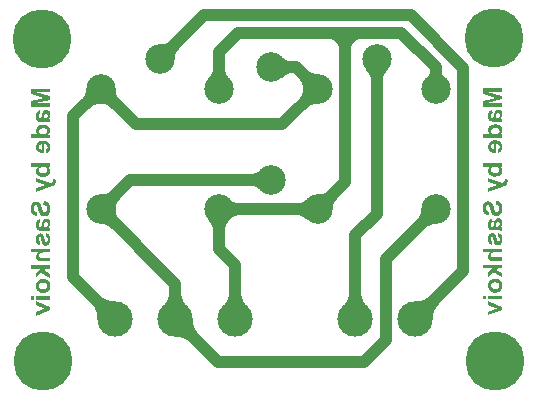
<source format=gbl>
G04 Layer_Physical_Order=2*
G04 Layer_Color=16711680*
%FSLAX44Y44*%
%MOMM*%
G71*
G01*
G75*
%ADD10C,5.0000*%
%ADD11C,2.5000*%
%ADD12C,3.0000*%
%ADD13C,1.0000*%
G36*
X417527Y103172D02*
X418186Y103075D01*
X418772Y102953D01*
X419260Y102831D01*
X419479Y102757D01*
X419675Y102684D01*
X419821Y102635D01*
X419968Y102587D01*
X420065Y102538D01*
X420139Y102489D01*
X420187Y102465D01*
X420212D01*
X420700Y102147D01*
X421139Y101805D01*
X421505Y101439D01*
X421798Y101073D01*
X422018Y100756D01*
X422189Y100512D01*
X422262Y100414D01*
X422311Y100341D01*
X422335Y100292D01*
Y100268D01*
X422579Y99731D01*
X422750Y99194D01*
X422872Y98681D01*
X422946Y98217D01*
X422994Y97827D01*
X423019Y97656D01*
X423043Y97509D01*
Y97387D01*
Y97314D01*
Y97265D01*
Y97241D01*
X423019Y96777D01*
X422970Y96313D01*
X422872Y95874D01*
X422775Y95483D01*
X422653Y95093D01*
X422506Y94751D01*
X422335Y94434D01*
X422164Y94141D01*
X422018Y93872D01*
X421847Y93628D01*
X421701Y93433D01*
X421579Y93262D01*
X421481Y93140D01*
X421383Y93042D01*
X421335Y92994D01*
X421310Y92969D01*
X420968Y92676D01*
X420627Y92408D01*
X420261Y92188D01*
X419894Y91968D01*
X419528Y91822D01*
X419162Y91676D01*
X418820Y91553D01*
X418479Y91480D01*
X418161Y91407D01*
X417868Y91358D01*
X417600Y91309D01*
X417380Y91285D01*
X417185Y91261D01*
X416941D01*
X416453Y91285D01*
X416013Y91334D01*
X415574Y91407D01*
X415159Y91529D01*
X414793Y91651D01*
X414427Y91798D01*
X414109Y91944D01*
X413792Y92091D01*
X413524Y92261D01*
X413304Y92408D01*
X413084Y92554D01*
X412938Y92676D01*
X412791Y92798D01*
X412694Y92872D01*
X412645Y92920D01*
X412620Y92945D01*
X412303Y93262D01*
X412059Y93604D01*
X411815Y93970D01*
X411620Y94336D01*
X411449Y94678D01*
X411302Y95044D01*
X411205Y95386D01*
X411107Y95728D01*
X411034Y96045D01*
X410985Y96313D01*
X410936Y96582D01*
X410912Y96802D01*
X410887Y96997D01*
Y97119D01*
Y97217D01*
Y97241D01*
X410912Y97875D01*
X411009Y98437D01*
X411131Y98974D01*
X411254Y99438D01*
X411400Y99804D01*
X411473Y99975D01*
X411522Y100097D01*
X411571Y100194D01*
X411620Y100268D01*
X411644Y100316D01*
Y100341D01*
X411961Y100829D01*
X412303Y101244D01*
X412669Y101610D01*
X413035Y101903D01*
X413353Y102147D01*
X413597Y102318D01*
X413694Y102391D01*
X413768Y102440D01*
X413816Y102465D01*
X413841D01*
X414378Y102709D01*
X414915Y102879D01*
X415403Y103026D01*
X415867Y103099D01*
X416257Y103148D01*
X416428Y103172D01*
X416550D01*
X416672Y103197D01*
X416819D01*
X417527Y103172D01*
D02*
G37*
G36*
X422750Y111984D02*
X419040D01*
X417527Y110568D01*
X422750Y107639D01*
Y104320D01*
X415379Y108591D01*
X411131Y104613D01*
Y108396D01*
X415232Y111984D01*
X406713D01*
Y115060D01*
X422750D01*
Y111984D01*
D02*
G37*
G36*
Y125556D02*
X416941D01*
X416428Y125531D01*
X415989Y125507D01*
X415598Y125458D01*
X415281Y125409D01*
X415061Y125360D01*
X414891Y125336D01*
X414768Y125287D01*
X414744D01*
X414476Y125165D01*
X414256Y125043D01*
X414061Y124897D01*
X413890Y124750D01*
X413768Y124628D01*
X413694Y124531D01*
X413646Y124457D01*
X413621Y124433D01*
X413499Y124189D01*
X413401Y123969D01*
X413328Y123725D01*
X413279Y123530D01*
X413255Y123335D01*
X413231Y123188D01*
Y123090D01*
Y123066D01*
Y122822D01*
X413279Y122627D01*
X413328Y122431D01*
X413377Y122261D01*
X413426Y122139D01*
X413475Y122041D01*
X413499Y121992D01*
X413524Y121968D01*
X413646Y121821D01*
X413768Y121675D01*
X414036Y121504D01*
X414158Y121431D01*
X414231Y121382D01*
X414305Y121357D01*
X414329D01*
X414427Y121333D01*
X414573Y121284D01*
X414891Y121235D01*
X415257Y121211D01*
X415647Y121187D01*
X416013Y121162D01*
X422750D01*
Y118087D01*
X415428D01*
X414939Y118111D01*
X414549Y118135D01*
X414231Y118160D01*
X413987Y118209D01*
X413816Y118233D01*
X413694Y118257D01*
X413670D01*
X413401Y118331D01*
X413133Y118404D01*
X412913Y118502D01*
X412694Y118599D01*
X412547Y118697D01*
X412401Y118770D01*
X412327Y118819D01*
X412303Y118843D01*
X412083Y119014D01*
X411888Y119234D01*
X411717Y119453D01*
X411571Y119649D01*
X411449Y119844D01*
X411376Y119991D01*
X411327Y120088D01*
X411302Y120137D01*
X411156Y120454D01*
X411058Y120772D01*
X410985Y121113D01*
X410936Y121406D01*
X410912Y121650D01*
X410887Y121870D01*
Y121992D01*
Y122016D01*
Y122041D01*
X410912Y122407D01*
X410961Y122773D01*
X411058Y123115D01*
X411156Y123457D01*
X411449Y124042D01*
X411766Y124555D01*
X411937Y124799D01*
X412083Y124994D01*
X412230Y125141D01*
X412376Y125287D01*
X412474Y125409D01*
X412572Y125483D01*
X412620Y125531D01*
X412645Y125556D01*
X406713D01*
Y128631D01*
X422750D01*
Y125556D01*
D02*
G37*
G36*
Y85744D02*
X411131D01*
Y88820D01*
X422750D01*
Y85744D01*
D02*
G37*
G36*
X40000Y260998D02*
X27380D01*
X40000Y257824D01*
Y254724D01*
X27380Y251551D01*
X40000Y251527D01*
Y248524D01*
X23963D01*
Y253406D01*
X34923Y256262D01*
X23963Y259167D01*
Y264000D01*
X40000D01*
Y260998D01*
D02*
G37*
G36*
X422750Y79398D02*
Y76639D01*
X411131Y72026D01*
Y75175D01*
X417063Y77396D01*
X417429Y77518D01*
X417746Y77616D01*
X417893Y77665D01*
X417990Y77689D01*
X418039Y77713D01*
X418064D01*
X418186Y77738D01*
X418332Y77787D01*
X418649Y77909D01*
X418820Y77958D01*
X418942Y77982D01*
X419040Y78031D01*
X419064D01*
X417063Y78665D01*
X411131Y80862D01*
Y84084D01*
X422750Y79398D01*
D02*
G37*
G36*
X409545Y85744D02*
X406713D01*
Y88820D01*
X409545D01*
Y85744D01*
D02*
G37*
G36*
X422750Y198076D02*
X421066D01*
X421408Y197808D01*
X421701Y197539D01*
X421945Y197246D01*
X422164Y196978D01*
X422311Y196758D01*
X422433Y196587D01*
X422506Y196465D01*
X422531Y196416D01*
X422701Y196050D01*
X422823Y195708D01*
X422921Y195367D01*
X422970Y195074D01*
X423019Y194830D01*
X423043Y194634D01*
Y194512D01*
Y194464D01*
X423019Y194097D01*
X422970Y193731D01*
X422897Y193389D01*
X422799Y193072D01*
X422531Y192486D01*
X422238Y191974D01*
X422091Y191779D01*
X421969Y191583D01*
X421823Y191412D01*
X421701Y191266D01*
X421603Y191168D01*
X421530Y191095D01*
X421481Y191046D01*
X421457Y191022D01*
X421139Y190778D01*
X420798Y190534D01*
X420431Y190363D01*
X420065Y190192D01*
X419675Y190045D01*
X419284Y189923D01*
X418552Y189753D01*
X418210Y189704D01*
X417893Y189655D01*
X417600Y189631D01*
X417356Y189606D01*
X417161Y189582D01*
X416868D01*
X416331Y189606D01*
X415842Y189631D01*
X415379Y189704D01*
X414964Y189801D01*
X414573Y189899D01*
X414207Y190021D01*
X413865Y190143D01*
X413572Y190265D01*
X413304Y190412D01*
X413084Y190534D01*
X412889Y190656D01*
X412743Y190753D01*
X412620Y190851D01*
X412523Y190924D01*
X412474Y190949D01*
X412449Y190973D01*
X412181Y191241D01*
X411937Y191534D01*
X411717Y191803D01*
X411546Y192120D01*
X411400Y192413D01*
X411278Y192706D01*
X411083Y193243D01*
X411009Y193512D01*
X410961Y193731D01*
X410936Y193951D01*
X410912Y194122D01*
X410887Y194293D01*
Y194390D01*
Y194464D01*
Y194488D01*
X410912Y194854D01*
X410961Y195196D01*
X411034Y195513D01*
X411131Y195830D01*
X411400Y196416D01*
X411693Y196905D01*
X411864Y197124D01*
X412010Y197295D01*
X412132Y197466D01*
X412254Y197612D01*
X412376Y197710D01*
X412449Y197783D01*
X412498Y197832D01*
X412523Y197856D01*
X406713D01*
Y200932D01*
X422750D01*
Y198076D01*
D02*
G37*
G36*
X417502Y220338D02*
X417917Y220313D01*
X418698Y220191D01*
X419064Y220093D01*
X419382Y219996D01*
X419699Y219898D01*
X419968Y219800D01*
X420212Y219703D01*
X420431Y219605D01*
X420627Y219508D01*
X420773Y219410D01*
X420895Y219337D01*
X420993Y219288D01*
X421042Y219239D01*
X421066D01*
X421408Y218946D01*
X421725Y218629D01*
X421994Y218287D01*
X422213Y217921D01*
X422409Y217555D01*
X422555Y217164D01*
X422701Y216798D01*
X422799Y216432D01*
X422872Y216090D01*
X422946Y215773D01*
X422970Y215504D01*
X423019Y215236D01*
Y215041D01*
X423043Y214870D01*
Y214772D01*
Y214748D01*
X422994Y214064D01*
X422897Y213454D01*
X422775Y212917D01*
X422604Y212453D01*
X422433Y212087D01*
X422360Y211916D01*
X422311Y211794D01*
X422238Y211697D01*
X422213Y211623D01*
X422164Y211599D01*
Y211574D01*
X421798Y211135D01*
X421383Y210745D01*
X420968Y210427D01*
X420554Y210159D01*
X420187Y209963D01*
X420017Y209866D01*
X419870Y209817D01*
X419772Y209768D01*
X419675Y209719D01*
X419626Y209695D01*
X419602D01*
X419089Y212746D01*
X419406Y212844D01*
X419650Y212966D01*
X419870Y213112D01*
X420041Y213234D01*
X420187Y213332D01*
X420285Y213430D01*
X420334Y213479D01*
X420358Y213503D01*
X420480Y213698D01*
X420578Y213893D01*
X420651Y214113D01*
X420700Y214284D01*
X420724Y214455D01*
X420749Y214601D01*
Y214699D01*
Y214723D01*
X420724Y215089D01*
X420627Y215431D01*
X420505Y215749D01*
X420358Y215993D01*
X420236Y216212D01*
X420114Y216359D01*
X420017Y216456D01*
X419992Y216481D01*
X419675Y216725D01*
X419333Y216896D01*
X418991Y217018D01*
X418625Y217115D01*
X418332Y217164D01*
X418064Y217189D01*
X417966Y217213D01*
X417844D01*
Y209524D01*
X417209D01*
X416599Y209573D01*
X416062Y209646D01*
X415550Y209719D01*
X415086Y209841D01*
X414646Y209963D01*
X414256Y210086D01*
X413914Y210232D01*
X413597Y210354D01*
X413353Y210501D01*
X413133Y210623D01*
X412938Y210720D01*
X412791Y210818D01*
X412694Y210891D01*
X412645Y210940D01*
X412620Y210964D01*
X412303Y211257D01*
X412059Y211574D01*
X411815Y211892D01*
X411620Y212234D01*
X411449Y212575D01*
X411302Y212917D01*
X411205Y213259D01*
X411107Y213576D01*
X411034Y213869D01*
X410985Y214162D01*
X410936Y214406D01*
X410912Y214626D01*
X410887Y214821D01*
Y214943D01*
Y215041D01*
Y215065D01*
X410912Y215480D01*
X410961Y215895D01*
X411034Y216261D01*
X411156Y216627D01*
X411278Y216969D01*
X411400Y217286D01*
X411571Y217555D01*
X411717Y217823D01*
X411864Y218067D01*
X412010Y218263D01*
X412157Y218458D01*
X412279Y218604D01*
X412401Y218727D01*
X412474Y218800D01*
X412523Y218848D01*
X412547Y218873D01*
X412864Y219141D01*
X413206Y219361D01*
X413572Y219556D01*
X413938Y219727D01*
X414329Y219874D01*
X414695Y219996D01*
X415428Y220167D01*
X415745Y220240D01*
X416062Y220289D01*
X416355Y220313D01*
X416575Y220338D01*
X416794Y220362D01*
X417063D01*
X417502Y220338D01*
D02*
G37*
G36*
X417453Y233787D02*
X417966Y233738D01*
X418430Y233689D01*
X418845Y233592D01*
X419260Y233494D01*
X419626Y233372D01*
X419968Y233226D01*
X420261Y233104D01*
X420529Y232982D01*
X420773Y232835D01*
X420968Y232713D01*
X421139Y232615D01*
X421261Y232518D01*
X421359Y232445D01*
X421408Y232420D01*
X421432Y232396D01*
X421725Y232127D01*
X421969Y231834D01*
X422189Y231566D01*
X422360Y231273D01*
X422531Y230980D01*
X422653Y230687D01*
X422848Y230150D01*
X422946Y229686D01*
X422994Y229491D01*
X423019Y229320D01*
X423043Y229174D01*
Y229076D01*
Y229003D01*
Y228978D01*
X423019Y228612D01*
X422970Y228271D01*
X422897Y227929D01*
X422799Y227636D01*
X422701Y227392D01*
X422628Y227221D01*
X422579Y227099D01*
X422555Y227050D01*
X422335Y226684D01*
X422116Y226367D01*
X421847Y226074D01*
X421628Y225830D01*
X421408Y225634D01*
X421237Y225464D01*
X421115Y225366D01*
X421066Y225341D01*
X422750D01*
Y222486D01*
X406713D01*
Y225561D01*
X412523D01*
X412230Y225830D01*
X411986Y226122D01*
X411766Y226415D01*
X411571Y226684D01*
X411424Y226977D01*
X411278Y227270D01*
X411083Y227782D01*
X410985Y228246D01*
X410936Y228441D01*
X410912Y228612D01*
X410887Y228734D01*
Y228832D01*
Y228905D01*
Y228930D01*
X410912Y229320D01*
X410961Y229686D01*
X411034Y230052D01*
X411131Y230370D01*
X411376Y230980D01*
X411522Y231248D01*
X411668Y231493D01*
X411815Y231688D01*
X411961Y231883D01*
X412083Y232054D01*
X412205Y232201D01*
X412303Y232298D01*
X412376Y232371D01*
X412425Y232420D01*
X412449Y232445D01*
X412743Y232689D01*
X413084Y232884D01*
X413426Y233079D01*
X413792Y233226D01*
X414549Y233470D01*
X415281Y233641D01*
X415598Y233689D01*
X415916Y233738D01*
X416209Y233763D01*
X416453Y233787D01*
X416648Y233811D01*
X416941D01*
X417453Y233787D01*
D02*
G37*
G36*
X422775Y184212D02*
X423116Y184334D01*
X423434Y184456D01*
X423702Y184578D01*
X423946Y184700D01*
X424142Y184822D01*
X424264Y184919D01*
X424361Y184968D01*
X424386Y184993D01*
X424605Y185212D01*
X424776Y185457D01*
X424874Y185725D01*
X424972Y185969D01*
X425020Y186213D01*
X425045Y186408D01*
Y186530D01*
Y186555D01*
Y186579D01*
X425020Y187019D01*
X424996Y187238D01*
X424972Y187434D01*
X424947Y187629D01*
X424923Y187751D01*
X424898Y187849D01*
Y187873D01*
X427290Y187605D01*
X427412Y186970D01*
X427437Y186677D01*
X427461Y186408D01*
X427486Y186189D01*
Y186018D01*
Y185920D01*
Y185871D01*
Y185554D01*
X427461Y185261D01*
X427412Y184993D01*
X427388Y184749D01*
X427339Y184578D01*
X427315Y184431D01*
X427290Y184334D01*
Y184309D01*
X427217Y184065D01*
X427120Y183821D01*
X427022Y183626D01*
X426949Y183455D01*
X426875Y183333D01*
X426802Y183211D01*
X426778Y183162D01*
X426754Y183138D01*
X426485Y182796D01*
X426216Y182527D01*
X426094Y182430D01*
X425997Y182356D01*
X425924Y182308D01*
X425899Y182283D01*
X425679Y182137D01*
X425435Y182015D01*
X425167Y181893D01*
X424923Y181771D01*
X424679Y181673D01*
X424508Y181600D01*
X424386Y181551D01*
X424337Y181527D01*
X422311Y180770D01*
X411131Y176669D01*
Y179842D01*
X419382Y182576D01*
X411131Y185334D01*
Y188605D01*
X422775Y184212D01*
D02*
G37*
G36*
X420065Y141934D02*
X420578Y141666D01*
X421042Y141373D01*
X421408Y141080D01*
X421701Y140812D01*
X421920Y140568D01*
X421994Y140470D01*
X422042Y140397D01*
X422091Y140372D01*
Y140348D01*
X422409Y139787D01*
X422653Y139176D01*
X422799Y138542D01*
X422921Y137956D01*
X422970Y137663D01*
X422994Y137419D01*
X423019Y137175D01*
Y136979D01*
X423043Y136809D01*
Y136686D01*
Y136613D01*
Y136589D01*
X423019Y136125D01*
X422994Y135661D01*
X422946Y135246D01*
X422872Y134880D01*
X422775Y134514D01*
X422677Y134197D01*
X422579Y133904D01*
X422457Y133635D01*
X422360Y133416D01*
X422262Y133220D01*
X422164Y133049D01*
X422067Y132903D01*
X421994Y132805D01*
X421945Y132708D01*
X421896Y132683D01*
Y132659D01*
X421676Y132415D01*
X421457Y132220D01*
X421213Y132024D01*
X420993Y131878D01*
X420529Y131634D01*
X420090Y131487D01*
X419724Y131390D01*
X419553Y131365D01*
X419431Y131341D01*
X419309Y131316D01*
X419162D01*
X418625Y131365D01*
X418186Y131463D01*
X417771Y131634D01*
X417453Y131805D01*
X417209Y131975D01*
X417014Y132146D01*
X416917Y132244D01*
X416868Y132293D01*
X416721Y132488D01*
X416575Y132732D01*
X416306Y133245D01*
X416062Y133806D01*
X415867Y134368D01*
X415720Y134905D01*
X415647Y135124D01*
X415598Y135344D01*
X415550Y135490D01*
X415525Y135637D01*
X415501Y135710D01*
Y135735D01*
X415403Y136174D01*
X415305Y136564D01*
X415208Y136906D01*
X415135Y137199D01*
X415037Y137468D01*
X414964Y137712D01*
X414915Y137907D01*
X414842Y138078D01*
X414793Y138224D01*
X414744Y138322D01*
X414671Y138493D01*
X414646Y138566D01*
X414622Y138590D01*
X414524Y138688D01*
X414451Y138761D01*
X414256Y138834D01*
X414109Y138883D01*
X414061D01*
X413914Y138859D01*
X413792Y138834D01*
X413597Y138713D01*
X413475Y138590D01*
X413426Y138566D01*
Y138542D01*
X413304Y138322D01*
X413231Y138053D01*
X413133Y137492D01*
X413109Y137224D01*
X413084Y137004D01*
Y136857D01*
Y136833D01*
Y136809D01*
X413109Y136467D01*
X413133Y136174D01*
X413206Y135930D01*
X413255Y135710D01*
X413328Y135564D01*
X413401Y135442D01*
X413426Y135368D01*
X413450Y135344D01*
X413597Y135149D01*
X413768Y135002D01*
X413938Y134880D01*
X414109Y134783D01*
X414256Y134709D01*
X414378Y134661D01*
X414451Y134612D01*
X414476D01*
X413938Y131707D01*
X413401Y131902D01*
X412962Y132146D01*
X412572Y132415D01*
X412254Y132683D01*
X411986Y132927D01*
X411815Y133123D01*
X411693Y133269D01*
X411668Y133294D01*
Y133318D01*
X411522Y133538D01*
X411400Y133806D01*
X411205Y134343D01*
X411083Y134953D01*
X410985Y135515D01*
X410936Y136027D01*
X410912Y136271D01*
X410887Y136467D01*
Y136638D01*
Y136760D01*
Y136833D01*
Y136857D01*
Y137321D01*
X410936Y137736D01*
X410985Y138127D01*
X411058Y138493D01*
X411131Y138834D01*
X411229Y139127D01*
X411302Y139420D01*
X411400Y139664D01*
X411498Y139860D01*
X411595Y140055D01*
X411693Y140201D01*
X411766Y140348D01*
X411839Y140445D01*
X411888Y140519D01*
X411912Y140543D01*
X411937Y140568D01*
X412132Y140763D01*
X412327Y140958D01*
X412767Y141251D01*
X413182Y141446D01*
X413597Y141593D01*
X413938Y141666D01*
X414231Y141715D01*
X414329Y141739D01*
X414476D01*
X414768Y141715D01*
X415061Y141690D01*
X415574Y141520D01*
X416038Y141300D01*
X416404Y141056D01*
X416697Y140812D01*
X416917Y140592D01*
X417038Y140421D01*
X417087Y140397D01*
Y140372D01*
X417209Y140153D01*
X417356Y139884D01*
X417478Y139567D01*
X417600Y139225D01*
X417746Y138834D01*
X417868Y138444D01*
X418088Y137639D01*
X418186Y137248D01*
X418283Y136882D01*
X418357Y136540D01*
X418430Y136247D01*
X418503Y136003D01*
X418527Y135832D01*
X418576Y135710D01*
Y135661D01*
X418649Y135393D01*
X418723Y135149D01*
X418796Y134978D01*
X418845Y134831D01*
X418918Y134734D01*
X418942Y134661D01*
X418991Y134612D01*
X419187Y134490D01*
X419357Y134416D01*
X419504Y134392D01*
X419577D01*
X419748Y134416D01*
X419919Y134465D01*
X420187Y134587D01*
X420285Y134685D01*
X420358Y134734D01*
X420383Y134783D01*
X420407Y134807D01*
X420554Y135051D01*
X420651Y135344D01*
X420724Y135637D01*
X420773Y135930D01*
X420798Y136174D01*
X420822Y136394D01*
Y136540D01*
Y136564D01*
Y136589D01*
X420798Y136979D01*
X420749Y137297D01*
X420676Y137590D01*
X420602Y137834D01*
X420529Y138029D01*
X420456Y138151D01*
X420407Y138249D01*
X420383Y138273D01*
X420187Y138468D01*
X419968Y138639D01*
X419748Y138786D01*
X419528Y138883D01*
X419333Y138957D01*
X419162Y139005D01*
X419064Y139054D01*
X419016D01*
X419479Y142130D01*
X420065Y141934D01*
D02*
G37*
G36*
X420139Y154261D02*
X420627Y154139D01*
X421042Y153993D01*
X421408Y153798D01*
X421701Y153602D01*
X421920Y153456D01*
X422042Y153334D01*
X422091Y153285D01*
X422409Y152870D01*
X422653Y152406D01*
X422799Y151942D01*
X422921Y151479D01*
X422994Y151088D01*
X423019Y150893D01*
Y150746D01*
X423043Y150624D01*
Y150527D01*
Y150478D01*
Y150453D01*
X423019Y150087D01*
X422994Y149721D01*
X422921Y149404D01*
X422848Y149135D01*
X422799Y148891D01*
X422726Y148696D01*
X422701Y148598D01*
X422677Y148549D01*
X422506Y148208D01*
X422335Y147915D01*
X422140Y147622D01*
X421945Y147378D01*
X421774Y147158D01*
X421628Y147012D01*
X421530Y146890D01*
X421505Y146865D01*
X421603Y146841D01*
X421725Y146816D01*
X421823Y146768D01*
X421872D01*
X422067Y146694D01*
X422262Y146645D01*
X422409Y146572D01*
X422531Y146524D01*
X422628Y146499D01*
X422701Y146475D01*
X422726Y146450D01*
X422750D01*
Y143424D01*
X422433Y143570D01*
X422164Y143692D01*
X421896Y143790D01*
X421676Y143863D01*
X421481Y143912D01*
X421335Y143961D01*
X421237Y143985D01*
X421213D01*
X420895Y144034D01*
X420554Y144058D01*
X420163Y144107D01*
X419797D01*
X419455Y144131D01*
X418942D01*
X415379Y144082D01*
X415013D01*
X414695Y144107D01*
X414378Y144131D01*
X414109Y144156D01*
X413841Y144180D01*
X413621Y144205D01*
X413426Y144253D01*
X413255Y144278D01*
X412962Y144375D01*
X412767Y144424D01*
X412645Y144473D01*
X412620Y144497D01*
X412352Y144668D01*
X412108Y144888D01*
X411888Y145132D01*
X411717Y145352D01*
X411571Y145571D01*
X411473Y145742D01*
X411400Y145864D01*
X411376Y145913D01*
X411278Y146109D01*
X411205Y146328D01*
X411083Y146816D01*
X411009Y147329D01*
X410936Y147817D01*
X410912Y148281D01*
Y148476D01*
X410887Y148647D01*
Y148794D01*
Y148891D01*
Y148964D01*
Y148989D01*
Y149404D01*
X410912Y149770D01*
X410961Y150136D01*
X411009Y150453D01*
X411083Y150771D01*
X411156Y151039D01*
X411229Y151308D01*
X411302Y151527D01*
X411376Y151723D01*
X411449Y151894D01*
X411522Y152040D01*
X411595Y152162D01*
X411644Y152260D01*
X411693Y152333D01*
X411717Y152357D01*
Y152382D01*
X412059Y152772D01*
X412449Y153114D01*
X412840Y153407D01*
X413255Y153627D01*
X413621Y153773D01*
X413914Y153895D01*
X414012Y153944D01*
X414109Y153968D01*
X414158Y153993D01*
X414183D01*
X414695Y151235D01*
X414427Y151137D01*
X414183Y151015D01*
X413987Y150893D01*
X413841Y150771D01*
X413719Y150673D01*
X413646Y150575D01*
X413597Y150527D01*
X413572Y150502D01*
X413450Y150307D01*
X413377Y150112D01*
X413279Y149672D01*
X413255Y149501D01*
X413231Y149355D01*
Y149233D01*
Y149208D01*
X413255Y148794D01*
X413279Y148427D01*
X413353Y148134D01*
X413426Y147915D01*
X413499Y147744D01*
X413548Y147646D01*
X413597Y147573D01*
X413621Y147549D01*
X413792Y147402D01*
X413987Y147305D01*
X414183Y147207D01*
X414402Y147158D01*
X414598Y147134D01*
X414744Y147109D01*
X415183D01*
X415257Y147280D01*
X415330Y147475D01*
X415452Y147939D01*
X415574Y148427D01*
X415696Y148916D01*
X415794Y149379D01*
X415842Y149575D01*
X415867Y149770D01*
X415891Y149916D01*
X415916Y150014D01*
X415940Y150087D01*
Y150112D01*
X416062Y150673D01*
X416184Y151161D01*
X416306Y151576D01*
X416428Y151918D01*
X416526Y152186D01*
X416599Y152382D01*
X416648Y152504D01*
X416672Y152553D01*
X416843Y152845D01*
X417038Y153114D01*
X417234Y153334D01*
X417429Y153505D01*
X417600Y153651D01*
X417746Y153749D01*
X417844Y153822D01*
X417868Y153846D01*
X418161Y153993D01*
X418454Y154115D01*
X418747Y154188D01*
X419016Y154261D01*
X419260Y154286D01*
X419431Y154310D01*
X419602D01*
X420139Y154261D01*
D02*
G37*
G36*
X418039Y169200D02*
X418503Y169102D01*
X418942Y168980D01*
X419333Y168858D01*
X419699Y168687D01*
X420041Y168541D01*
X420334Y168370D01*
X420627Y168199D01*
X420846Y168028D01*
X421066Y167882D01*
X421237Y167735D01*
X421383Y167613D01*
X421505Y167491D01*
X421579Y167418D01*
X421628Y167369D01*
X421652Y167345D01*
X421896Y167027D01*
X422116Y166661D01*
X422286Y166295D01*
X422457Y165929D01*
X422579Y165538D01*
X422701Y165148D01*
X422872Y164391D01*
X422921Y164025D01*
X422970Y163708D01*
X422994Y163415D01*
X423019Y163171D01*
X423043Y162951D01*
Y162780D01*
Y162682D01*
Y162658D01*
X423019Y161901D01*
X422946Y161242D01*
X422872Y160657D01*
X422750Y160144D01*
X422701Y159924D01*
X422653Y159729D01*
X422604Y159583D01*
X422579Y159436D01*
X422531Y159338D01*
X422506Y159265D01*
X422482Y159216D01*
Y159192D01*
X422238Y158679D01*
X421945Y158264D01*
X421652Y157874D01*
X421359Y157581D01*
X421115Y157337D01*
X420895Y157166D01*
X420749Y157044D01*
X420724Y157020D01*
X420700D01*
X420236Y156751D01*
X419772Y156556D01*
X419333Y156434D01*
X418942Y156336D01*
X418601Y156287D01*
X418332Y156238D01*
X418088D01*
X417551Y156263D01*
X417063Y156336D01*
X416624Y156458D01*
X416257Y156556D01*
X415965Y156678D01*
X415720Y156800D01*
X415598Y156873D01*
X415550Y156897D01*
X415183Y157166D01*
X414842Y157435D01*
X414573Y157727D01*
X414329Y158020D01*
X414158Y158264D01*
X414012Y158460D01*
X413938Y158606D01*
X413914Y158631D01*
Y158655D01*
X413792Y158875D01*
X413694Y159119D01*
X413475Y159680D01*
X413304Y160242D01*
X413109Y160827D01*
X412987Y161340D01*
X412913Y161560D01*
X412864Y161755D01*
X412816Y161926D01*
X412791Y162048D01*
X412767Y162121D01*
Y162146D01*
X412669Y162561D01*
X412547Y162951D01*
X412449Y163293D01*
X412352Y163586D01*
X412279Y163879D01*
X412181Y164098D01*
X412108Y164318D01*
X412010Y164489D01*
X411937Y164660D01*
X411888Y164782D01*
X411791Y164977D01*
X411717Y165075D01*
X411693Y165099D01*
X411522Y165245D01*
X411376Y165368D01*
X411205Y165441D01*
X411058Y165514D01*
X410912Y165538D01*
X410814Y165563D01*
X410717D01*
X410497Y165538D01*
X410302Y165490D01*
X410131Y165416D01*
X409984Y165319D01*
X409862Y165221D01*
X409789Y165148D01*
X409740Y165099D01*
X409716Y165075D01*
X409520Y164757D01*
X409374Y164391D01*
X409276Y164025D01*
X409203Y163683D01*
X409154Y163366D01*
X409130Y163097D01*
Y163000D01*
Y162927D01*
Y162902D01*
Y162878D01*
X409154Y162390D01*
X409227Y161975D01*
X409301Y161633D01*
X409398Y161340D01*
X409520Y161120D01*
X409594Y160974D01*
X409667Y160876D01*
X409691Y160852D01*
X409911Y160608D01*
X410179Y160412D01*
X410472Y160266D01*
X410765Y160144D01*
X411034Y160046D01*
X411254Y159998D01*
X411400Y159949D01*
X411449D01*
X411327Y156702D01*
X410936Y156727D01*
X410546Y156800D01*
X410179Y156897D01*
X409838Y156995D01*
X409252Y157264D01*
X408983Y157386D01*
X408739Y157532D01*
X408520Y157679D01*
X408324Y157825D01*
X408153Y157947D01*
X408031Y158069D01*
X407934Y158167D01*
X407861Y158240D01*
X407812Y158289D01*
X407787Y158313D01*
X407543Y158606D01*
X407348Y158948D01*
X407153Y159290D01*
X407006Y159656D01*
X406762Y160412D01*
X406616Y161145D01*
X406567Y161486D01*
X406518Y161804D01*
X406494Y162097D01*
X406469Y162365D01*
X406445Y162561D01*
Y162731D01*
Y162829D01*
Y162853D01*
X406469Y163512D01*
X406543Y164123D01*
X406616Y164660D01*
X406713Y165123D01*
X406835Y165490D01*
X406884Y165636D01*
X406909Y165758D01*
X406957Y165856D01*
X406982Y165953D01*
X407006Y165978D01*
Y166002D01*
X407226Y166466D01*
X407494Y166856D01*
X407763Y167198D01*
X408031Y167467D01*
X408275Y167686D01*
X408471Y167857D01*
X408593Y167955D01*
X408617Y167979D01*
X408642D01*
X409057Y168199D01*
X409447Y168370D01*
X409838Y168492D01*
X410179Y168565D01*
X410497Y168614D01*
X410717Y168663D01*
X410936D01*
X411278Y168638D01*
X411620Y168590D01*
X411937Y168516D01*
X412230Y168443D01*
X412791Y168199D01*
X413255Y167931D01*
X413450Y167784D01*
X413646Y167662D01*
X413792Y167540D01*
X413914Y167418D01*
X414012Y167345D01*
X414085Y167271D01*
X414134Y167223D01*
X414158Y167198D01*
X414329Y166979D01*
X414500Y166735D01*
X414817Y166197D01*
X415086Y165587D01*
X415305Y164977D01*
X415501Y164440D01*
X415574Y164196D01*
X415623Y163976D01*
X415672Y163805D01*
X415720Y163683D01*
X415745Y163586D01*
Y163561D01*
X415842Y163195D01*
X415916Y162878D01*
X415989Y162585D01*
X416062Y162316D01*
X416135Y162072D01*
X416184Y161877D01*
X416233Y161682D01*
X416282Y161535D01*
X416355Y161291D01*
X416404Y161120D01*
X416453Y161023D01*
Y160998D01*
X416575Y160705D01*
X416697Y160461D01*
X416794Y160266D01*
X416917Y160095D01*
X417014Y159973D01*
X417087Y159900D01*
X417136Y159851D01*
X417161Y159827D01*
X417307Y159705D01*
X417478Y159631D01*
X417771Y159534D01*
X417917Y159509D01*
X418015Y159485D01*
X418112D01*
X418430Y159509D01*
X418723Y159607D01*
X418991Y159729D01*
X419211Y159875D01*
X419406Y160046D01*
X419528Y160168D01*
X419626Y160266D01*
X419650Y160290D01*
X419870Y160608D01*
X420041Y160974D01*
X420139Y161364D01*
X420236Y161755D01*
X420285Y162097D01*
X420309Y162365D01*
Y162487D01*
Y162561D01*
Y162609D01*
Y162634D01*
X420285Y163171D01*
X420187Y163634D01*
X420065Y164025D01*
X419943Y164367D01*
X419797Y164635D01*
X419699Y164830D01*
X419602Y164953D01*
X419577Y165001D01*
X419260Y165294D01*
X418894Y165538D01*
X418503Y165734D01*
X418137Y165880D01*
X417771Y166002D01*
X417502Y166075D01*
X417380Y166100D01*
X417307D01*
X417258Y166124D01*
X417234D01*
X417551Y169273D01*
X418039Y169200D01*
D02*
G37*
G36*
X40000Y111734D02*
X36290D01*
X34776Y110318D01*
X40000Y107389D01*
Y104070D01*
X32628Y108341D01*
X28381Y104362D01*
Y108146D01*
X32482Y111734D01*
X23963D01*
Y114810D01*
X40000D01*
Y111734D01*
D02*
G37*
G36*
Y125306D02*
X34191D01*
X33678Y125281D01*
X33239Y125257D01*
X32848Y125208D01*
X32531Y125159D01*
X32311Y125111D01*
X32140Y125086D01*
X32018Y125037D01*
X31994D01*
X31725Y124915D01*
X31505Y124793D01*
X31310Y124647D01*
X31139Y124500D01*
X31017Y124378D01*
X30944Y124281D01*
X30895Y124207D01*
X30871Y124183D01*
X30749Y123939D01*
X30651Y123719D01*
X30578Y123475D01*
X30529Y123280D01*
X30505Y123084D01*
X30480Y122938D01*
Y122840D01*
Y122816D01*
Y122572D01*
X30529Y122377D01*
X30578Y122181D01*
X30627Y122010D01*
X30676Y121889D01*
X30724Y121791D01*
X30749Y121742D01*
X30773Y121718D01*
X30895Y121571D01*
X31017Y121425D01*
X31286Y121254D01*
X31408Y121181D01*
X31481Y121132D01*
X31554Y121107D01*
X31579D01*
X31676Y121083D01*
X31823Y121034D01*
X32140Y120985D01*
X32506Y120961D01*
X32897Y120936D01*
X33263Y120912D01*
X40000D01*
Y117837D01*
X32677D01*
X32189Y117861D01*
X31798Y117885D01*
X31481Y117910D01*
X31237Y117959D01*
X31066Y117983D01*
X30944Y118007D01*
X30920D01*
X30651Y118081D01*
X30383Y118154D01*
X30163Y118251D01*
X29943Y118349D01*
X29797Y118447D01*
X29650Y118520D01*
X29577Y118569D01*
X29553Y118593D01*
X29333Y118764D01*
X29138Y118984D01*
X28967Y119203D01*
X28821Y119399D01*
X28698Y119594D01*
X28625Y119740D01*
X28576Y119838D01*
X28552Y119887D01*
X28405Y120204D01*
X28308Y120522D01*
X28235Y120863D01*
X28186Y121156D01*
X28161Y121400D01*
X28137Y121620D01*
Y121742D01*
Y121766D01*
Y121791D01*
X28161Y122157D01*
X28210Y122523D01*
X28308Y122865D01*
X28405Y123207D01*
X28698Y123792D01*
X29016Y124305D01*
X29187Y124549D01*
X29333Y124744D01*
X29479Y124891D01*
X29626Y125037D01*
X29724Y125159D01*
X29821Y125233D01*
X29870Y125281D01*
X29894Y125306D01*
X23963D01*
Y128381D01*
X40000D01*
Y125306D01*
D02*
G37*
G36*
X37315Y141685D02*
X37828Y141416D01*
X38291Y141123D01*
X38658Y140830D01*
X38950Y140562D01*
X39170Y140318D01*
X39243Y140220D01*
X39292Y140147D01*
X39341Y140122D01*
Y140098D01*
X39658Y139537D01*
X39902Y138926D01*
X40049Y138292D01*
X40171Y137706D01*
X40220Y137413D01*
X40244Y137169D01*
X40269Y136925D01*
Y136729D01*
X40293Y136559D01*
Y136437D01*
Y136363D01*
Y136339D01*
X40269Y135875D01*
X40244Y135411D01*
X40195Y134996D01*
X40122Y134630D01*
X40024Y134264D01*
X39927Y133947D01*
X39829Y133654D01*
X39707Y133385D01*
X39609Y133166D01*
X39512Y132970D01*
X39414Y132800D01*
X39316Y132653D01*
X39243Y132555D01*
X39195Y132458D01*
X39146Y132433D01*
Y132409D01*
X38926Y132165D01*
X38706Y131970D01*
X38462Y131774D01*
X38242Y131628D01*
X37779Y131384D01*
X37339Y131237D01*
X36973Y131140D01*
X36802Y131115D01*
X36680Y131091D01*
X36558Y131066D01*
X36412D01*
X35875Y131115D01*
X35435Y131213D01*
X35020Y131384D01*
X34703Y131555D01*
X34459Y131726D01*
X34264Y131896D01*
X34166Y131994D01*
X34117Y132043D01*
X33971Y132238D01*
X33824Y132482D01*
X33556Y132995D01*
X33312Y133556D01*
X33117Y134118D01*
X32970Y134655D01*
X32897Y134874D01*
X32848Y135094D01*
X32799Y135240D01*
X32775Y135387D01*
X32750Y135460D01*
Y135485D01*
X32653Y135924D01*
X32555Y136314D01*
X32457Y136656D01*
X32384Y136949D01*
X32287Y137218D01*
X32213Y137462D01*
X32165Y137657D01*
X32091Y137828D01*
X32043Y137974D01*
X31994Y138072D01*
X31920Y138243D01*
X31896Y138316D01*
X31872Y138340D01*
X31774Y138438D01*
X31701Y138511D01*
X31505Y138584D01*
X31359Y138633D01*
X31310D01*
X31164Y138609D01*
X31042Y138584D01*
X30847Y138462D01*
X30724Y138340D01*
X30676Y138316D01*
Y138292D01*
X30554Y138072D01*
X30480Y137803D01*
X30383Y137242D01*
X30358Y136973D01*
X30334Y136754D01*
Y136607D01*
Y136583D01*
Y136559D01*
X30358Y136217D01*
X30383Y135924D01*
X30456Y135680D01*
X30505Y135460D01*
X30578Y135314D01*
X30651Y135192D01*
X30676Y135118D01*
X30700Y135094D01*
X30847Y134899D01*
X31017Y134752D01*
X31188Y134630D01*
X31359Y134532D01*
X31505Y134459D01*
X31628Y134410D01*
X31701Y134362D01*
X31725D01*
X31188Y131457D01*
X30651Y131652D01*
X30212Y131896D01*
X29821Y132165D01*
X29504Y132433D01*
X29235Y132677D01*
X29065Y132873D01*
X28942Y133019D01*
X28918Y133044D01*
Y133068D01*
X28772Y133288D01*
X28650Y133556D01*
X28454Y134093D01*
X28332Y134703D01*
X28235Y135265D01*
X28186Y135777D01*
X28161Y136021D01*
X28137Y136217D01*
Y136388D01*
Y136510D01*
Y136583D01*
Y136607D01*
Y137071D01*
X28186Y137486D01*
X28235Y137877D01*
X28308Y138243D01*
X28381Y138584D01*
X28479Y138877D01*
X28552Y139170D01*
X28650Y139414D01*
X28747Y139610D01*
X28845Y139805D01*
X28942Y139951D01*
X29016Y140098D01*
X29089Y140196D01*
X29138Y140269D01*
X29162Y140293D01*
X29187Y140318D01*
X29382Y140513D01*
X29577Y140708D01*
X30017Y141001D01*
X30431Y141196D01*
X30847Y141343D01*
X31188Y141416D01*
X31481Y141465D01*
X31579Y141489D01*
X31725D01*
X32018Y141465D01*
X32311Y141440D01*
X32824Y141270D01*
X33287Y141050D01*
X33654Y140806D01*
X33946Y140562D01*
X34166Y140342D01*
X34288Y140171D01*
X34337Y140147D01*
Y140122D01*
X34459Y139903D01*
X34606Y139634D01*
X34728Y139317D01*
X34850Y138975D01*
X34996Y138584D01*
X35118Y138194D01*
X35338Y137388D01*
X35435Y136998D01*
X35533Y136632D01*
X35606Y136290D01*
X35680Y135997D01*
X35753Y135753D01*
X35777Y135582D01*
X35826Y135460D01*
Y135411D01*
X35899Y135143D01*
X35972Y134899D01*
X36046Y134728D01*
X36095Y134581D01*
X36168Y134484D01*
X36192Y134410D01*
X36241Y134362D01*
X36436Y134240D01*
X36607Y134166D01*
X36753Y134142D01*
X36827D01*
X36998Y134166D01*
X37169Y134215D01*
X37437Y134337D01*
X37535Y134435D01*
X37608Y134484D01*
X37632Y134532D01*
X37657Y134557D01*
X37803Y134801D01*
X37901Y135094D01*
X37974Y135387D01*
X38023Y135680D01*
X38047Y135924D01*
X38072Y136144D01*
Y136290D01*
Y136314D01*
Y136339D01*
X38047Y136729D01*
X37998Y137047D01*
X37925Y137340D01*
X37852Y137584D01*
X37779Y137779D01*
X37706Y137901D01*
X37657Y137999D01*
X37632Y138023D01*
X37437Y138218D01*
X37217Y138389D01*
X36998Y138536D01*
X36778Y138633D01*
X36583Y138707D01*
X36412Y138755D01*
X36314Y138804D01*
X36265D01*
X36729Y141880D01*
X37315Y141685D01*
D02*
G37*
G36*
X34776Y102922D02*
X35435Y102825D01*
X36021Y102703D01*
X36509Y102581D01*
X36729Y102507D01*
X36924Y102434D01*
X37071Y102385D01*
X37217Y102337D01*
X37315Y102288D01*
X37388Y102239D01*
X37437Y102214D01*
X37461D01*
X37950Y101897D01*
X38389Y101555D01*
X38755Y101189D01*
X39048Y100823D01*
X39268Y100506D01*
X39439Y100262D01*
X39512Y100164D01*
X39561Y100091D01*
X39585Y100042D01*
Y100018D01*
X39829Y99481D01*
X40000Y98944D01*
X40122Y98431D01*
X40195Y97967D01*
X40244Y97577D01*
X40269Y97406D01*
X40293Y97259D01*
Y97137D01*
Y97064D01*
Y97015D01*
Y96991D01*
X40269Y96527D01*
X40220Y96063D01*
X40122Y95624D01*
X40024Y95233D01*
X39902Y94843D01*
X39756Y94501D01*
X39585Y94184D01*
X39414Y93891D01*
X39268Y93622D01*
X39097Y93378D01*
X38950Y93183D01*
X38828Y93012D01*
X38731Y92890D01*
X38633Y92793D01*
X38584Y92744D01*
X38560Y92719D01*
X38218Y92426D01*
X37876Y92158D01*
X37510Y91938D01*
X37144Y91719D01*
X36778Y91572D01*
X36412Y91426D01*
X36070Y91304D01*
X35728Y91230D01*
X35411Y91157D01*
X35118Y91108D01*
X34850Y91059D01*
X34630Y91035D01*
X34435Y91011D01*
X34191D01*
X33702Y91035D01*
X33263Y91084D01*
X32824Y91157D01*
X32409Y91279D01*
X32043Y91401D01*
X31676Y91548D01*
X31359Y91694D01*
X31042Y91840D01*
X30773Y92011D01*
X30554Y92158D01*
X30334Y92304D01*
X30187Y92426D01*
X30041Y92548D01*
X29943Y92622D01*
X29894Y92670D01*
X29870Y92695D01*
X29553Y93012D01*
X29309Y93354D01*
X29065Y93720D01*
X28869Y94086D01*
X28698Y94428D01*
X28552Y94794D01*
X28454Y95136D01*
X28357Y95478D01*
X28284Y95795D01*
X28235Y96063D01*
X28186Y96332D01*
X28161Y96552D01*
X28137Y96747D01*
Y96869D01*
Y96966D01*
Y96991D01*
X28161Y97626D01*
X28259Y98187D01*
X28381Y98724D01*
X28503Y99188D01*
X28650Y99554D01*
X28723Y99725D01*
X28772Y99847D01*
X28821Y99944D01*
X28869Y100018D01*
X28894Y100066D01*
Y100091D01*
X29211Y100579D01*
X29553Y100994D01*
X29919Y101360D01*
X30285Y101653D01*
X30602Y101897D01*
X30847Y102068D01*
X30944Y102141D01*
X31017Y102190D01*
X31066Y102214D01*
X31091D01*
X31628Y102459D01*
X32165Y102629D01*
X32653Y102776D01*
X33117Y102849D01*
X33507Y102898D01*
X33678Y102922D01*
X33800D01*
X33922Y102947D01*
X34069D01*
X34776Y102922D01*
D02*
G37*
G36*
X40000Y79148D02*
Y76389D01*
X28381Y71776D01*
Y74925D01*
X34313Y77146D01*
X34679Y77268D01*
X34996Y77366D01*
X35143Y77415D01*
X35240Y77439D01*
X35289Y77463D01*
X35313D01*
X35435Y77488D01*
X35582Y77537D01*
X35899Y77659D01*
X36070Y77708D01*
X36192Y77732D01*
X36290Y77781D01*
X36314D01*
X34313Y78415D01*
X28381Y80612D01*
Y83834D01*
X40000Y79148D01*
D02*
G37*
G36*
X26795Y85494D02*
X23963D01*
Y88570D01*
X26795D01*
Y85494D01*
D02*
G37*
G36*
X40000D02*
X28381D01*
Y88570D01*
X40000D01*
Y85494D01*
D02*
G37*
G36*
X34752Y220088D02*
X35167Y220063D01*
X35948Y219941D01*
X36314Y219843D01*
X36632Y219746D01*
X36949Y219648D01*
X37217Y219550D01*
X37461Y219453D01*
X37681Y219355D01*
X37876Y219258D01*
X38023Y219160D01*
X38145Y219087D01*
X38242Y219038D01*
X38291Y218989D01*
X38316D01*
X38658Y218696D01*
X38975Y218379D01*
X39243Y218037D01*
X39463Y217671D01*
X39658Y217305D01*
X39805Y216914D01*
X39951Y216548D01*
X40049Y216182D01*
X40122Y215840D01*
X40195Y215523D01*
X40220Y215254D01*
X40269Y214986D01*
Y214791D01*
X40293Y214620D01*
Y214522D01*
Y214498D01*
X40244Y213814D01*
X40146Y213204D01*
X40024Y212667D01*
X39853Y212203D01*
X39683Y211837D01*
X39609Y211666D01*
X39561Y211544D01*
X39487Y211447D01*
X39463Y211373D01*
X39414Y211349D01*
Y211325D01*
X39048Y210885D01*
X38633Y210495D01*
X38218Y210177D01*
X37803Y209909D01*
X37437Y209713D01*
X37266Y209616D01*
X37120Y209567D01*
X37022Y209518D01*
X36924Y209469D01*
X36876Y209445D01*
X36851D01*
X36339Y212496D01*
X36656Y212594D01*
X36900Y212716D01*
X37120Y212862D01*
X37291Y212984D01*
X37437Y213082D01*
X37535Y213180D01*
X37583Y213228D01*
X37608Y213253D01*
X37730Y213448D01*
X37828Y213643D01*
X37901Y213863D01*
X37950Y214034D01*
X37974Y214205D01*
X37998Y214351D01*
Y214449D01*
Y214473D01*
X37974Y214839D01*
X37876Y215181D01*
X37754Y215499D01*
X37608Y215743D01*
X37486Y215962D01*
X37364Y216109D01*
X37266Y216206D01*
X37242Y216231D01*
X36924Y216475D01*
X36583Y216646D01*
X36241Y216768D01*
X35875Y216866D01*
X35582Y216914D01*
X35313Y216939D01*
X35216Y216963D01*
X35094D01*
Y209274D01*
X34459D01*
X33849Y209323D01*
X33312Y209396D01*
X32799Y209469D01*
X32335Y209592D01*
X31896Y209713D01*
X31505Y209835D01*
X31164Y209982D01*
X30847Y210104D01*
X30602Y210250D01*
X30383Y210373D01*
X30187Y210470D01*
X30041Y210568D01*
X29943Y210641D01*
X29894Y210690D01*
X29870Y210714D01*
X29553Y211007D01*
X29309Y211325D01*
X29065Y211642D01*
X28869Y211984D01*
X28698Y212325D01*
X28552Y212667D01*
X28454Y213009D01*
X28357Y213326D01*
X28284Y213619D01*
X28235Y213912D01*
X28186Y214156D01*
X28161Y214376D01*
X28137Y214571D01*
Y214693D01*
Y214791D01*
Y214815D01*
X28161Y215230D01*
X28210Y215645D01*
X28284Y216011D01*
X28405Y216377D01*
X28528Y216719D01*
X28650Y217036D01*
X28821Y217305D01*
X28967Y217573D01*
X29113Y217817D01*
X29260Y218013D01*
X29406Y218208D01*
X29528Y218354D01*
X29650Y218477D01*
X29724Y218550D01*
X29773Y218598D01*
X29797Y218623D01*
X30114Y218891D01*
X30456Y219111D01*
X30822Y219306D01*
X31188Y219477D01*
X31579Y219624D01*
X31945Y219746D01*
X32677Y219917D01*
X32994Y219990D01*
X33312Y220039D01*
X33605Y220063D01*
X33824Y220088D01*
X34044Y220112D01*
X34313D01*
X34752Y220088D01*
D02*
G37*
G36*
X34703Y233537D02*
X35216Y233488D01*
X35680Y233439D01*
X36095Y233342D01*
X36509Y233244D01*
X36876Y233122D01*
X37217Y232976D01*
X37510Y232854D01*
X37779Y232732D01*
X38023Y232585D01*
X38218Y232463D01*
X38389Y232365D01*
X38511Y232268D01*
X38609Y232195D01*
X38658Y232170D01*
X38682Y232146D01*
X38975Y231877D01*
X39219Y231584D01*
X39439Y231316D01*
X39609Y231023D01*
X39780Y230730D01*
X39902Y230437D01*
X40098Y229900D01*
X40195Y229436D01*
X40244Y229241D01*
X40269Y229070D01*
X40293Y228924D01*
Y228826D01*
Y228753D01*
Y228728D01*
X40269Y228362D01*
X40220Y228020D01*
X40146Y227679D01*
X40049Y227386D01*
X39951Y227142D01*
X39878Y226971D01*
X39829Y226849D01*
X39805Y226800D01*
X39585Y226434D01*
X39365Y226117D01*
X39097Y225824D01*
X38877Y225580D01*
X38658Y225384D01*
X38487Y225214D01*
X38365Y225116D01*
X38316Y225091D01*
X40000D01*
Y222236D01*
X23963D01*
Y225311D01*
X29773D01*
X29479Y225580D01*
X29235Y225872D01*
X29016Y226165D01*
X28821Y226434D01*
X28674Y226727D01*
X28528Y227020D01*
X28332Y227532D01*
X28235Y227996D01*
X28186Y228191D01*
X28161Y228362D01*
X28137Y228484D01*
Y228582D01*
Y228655D01*
Y228680D01*
X28161Y229070D01*
X28210Y229436D01*
X28284Y229802D01*
X28381Y230120D01*
X28625Y230730D01*
X28772Y230998D01*
X28918Y231243D01*
X29065Y231438D01*
X29211Y231633D01*
X29333Y231804D01*
X29455Y231950D01*
X29553Y232048D01*
X29626Y232121D01*
X29675Y232170D01*
X29699Y232195D01*
X29992Y232439D01*
X30334Y232634D01*
X30676Y232829D01*
X31042Y232976D01*
X31798Y233220D01*
X32531Y233391D01*
X32848Y233439D01*
X33165Y233488D01*
X33458Y233513D01*
X33702Y233537D01*
X33898Y233561D01*
X34191D01*
X34703Y233537D01*
D02*
G37*
G36*
X37388Y246084D02*
X37876Y245961D01*
X38291Y245815D01*
X38658Y245620D01*
X38950Y245424D01*
X39170Y245278D01*
X39292Y245156D01*
X39341Y245107D01*
X39658Y244692D01*
X39902Y244228D01*
X40049Y243765D01*
X40171Y243301D01*
X40244Y242910D01*
X40269Y242715D01*
Y242569D01*
X40293Y242446D01*
Y242349D01*
Y242300D01*
Y242276D01*
X40269Y241910D01*
X40244Y241543D01*
X40171Y241226D01*
X40098Y240958D01*
X40049Y240713D01*
X39976Y240518D01*
X39951Y240420D01*
X39927Y240372D01*
X39756Y240030D01*
X39585Y239737D01*
X39390Y239444D01*
X39195Y239200D01*
X39024Y238980D01*
X38877Y238834D01*
X38779Y238712D01*
X38755Y238687D01*
X38853Y238663D01*
X38975Y238639D01*
X39072Y238590D01*
X39121D01*
X39316Y238517D01*
X39512Y238468D01*
X39658Y238395D01*
X39780Y238346D01*
X39878Y238321D01*
X39951Y238297D01*
X39976Y238272D01*
X40000D01*
Y235246D01*
X39683Y235392D01*
X39414Y235514D01*
X39146Y235612D01*
X38926Y235685D01*
X38731Y235734D01*
X38584Y235783D01*
X38487Y235807D01*
X38462D01*
X38145Y235856D01*
X37803Y235880D01*
X37413Y235929D01*
X37046D01*
X36705Y235954D01*
X36192D01*
X32628Y235905D01*
X32262D01*
X31945Y235929D01*
X31628Y235954D01*
X31359Y235978D01*
X31091Y236002D01*
X30871Y236027D01*
X30676Y236076D01*
X30505Y236100D01*
X30212Y236198D01*
X30017Y236246D01*
X29894Y236295D01*
X29870Y236320D01*
X29602Y236491D01*
X29358Y236710D01*
X29138Y236954D01*
X28967Y237174D01*
X28821Y237394D01*
X28723Y237565D01*
X28650Y237687D01*
X28625Y237736D01*
X28528Y237931D01*
X28454Y238151D01*
X28332Y238639D01*
X28259Y239151D01*
X28186Y239639D01*
X28161Y240103D01*
Y240299D01*
X28137Y240469D01*
Y240616D01*
Y240713D01*
Y240787D01*
Y240811D01*
Y241226D01*
X28161Y241592D01*
X28210Y241958D01*
X28259Y242276D01*
X28332Y242593D01*
X28405Y242861D01*
X28479Y243130D01*
X28552Y243350D01*
X28625Y243545D01*
X28698Y243716D01*
X28772Y243862D01*
X28845Y243984D01*
X28894Y244082D01*
X28942Y244155D01*
X28967Y244180D01*
Y244204D01*
X29309Y244594D01*
X29699Y244936D01*
X30090Y245229D01*
X30505Y245449D01*
X30871Y245595D01*
X31164Y245717D01*
X31261Y245766D01*
X31359Y245791D01*
X31408Y245815D01*
X31432D01*
X31945Y243057D01*
X31676Y242959D01*
X31432Y242837D01*
X31237Y242715D01*
X31091Y242593D01*
X30968Y242495D01*
X30895Y242398D01*
X30847Y242349D01*
X30822Y242325D01*
X30700Y242129D01*
X30627Y241934D01*
X30529Y241495D01*
X30505Y241324D01*
X30480Y241177D01*
Y241055D01*
Y241031D01*
X30505Y240616D01*
X30529Y240250D01*
X30602Y239957D01*
X30676Y239737D01*
X30749Y239566D01*
X30798Y239469D01*
X30847Y239395D01*
X30871Y239371D01*
X31042Y239224D01*
X31237Y239127D01*
X31432Y239029D01*
X31652Y238980D01*
X31847Y238956D01*
X31994Y238932D01*
X32433D01*
X32506Y239102D01*
X32580Y239298D01*
X32702Y239762D01*
X32824Y240250D01*
X32946Y240738D01*
X33043Y241202D01*
X33092Y241397D01*
X33117Y241592D01*
X33141Y241739D01*
X33165Y241836D01*
X33190Y241910D01*
Y241934D01*
X33312Y242495D01*
X33434Y242983D01*
X33556Y243398D01*
X33678Y243740D01*
X33776Y244009D01*
X33849Y244204D01*
X33898Y244326D01*
X33922Y244375D01*
X34093Y244668D01*
X34288Y244936D01*
X34483Y245156D01*
X34679Y245327D01*
X34850Y245473D01*
X34996Y245571D01*
X35094Y245644D01*
X35118Y245669D01*
X35411Y245815D01*
X35704Y245937D01*
X35997Y246010D01*
X36265Y246084D01*
X36509Y246108D01*
X36680Y246132D01*
X36851D01*
X37388Y246084D01*
D02*
G37*
G36*
X40000Y197826D02*
X38316D01*
X38658Y197558D01*
X38950Y197289D01*
X39195Y196996D01*
X39414Y196728D01*
X39561Y196508D01*
X39683Y196337D01*
X39756Y196215D01*
X39780Y196166D01*
X39951Y195800D01*
X40073Y195458D01*
X40171Y195117D01*
X40220Y194824D01*
X40269Y194580D01*
X40293Y194384D01*
Y194262D01*
Y194214D01*
X40269Y193847D01*
X40220Y193481D01*
X40146Y193139D01*
X40049Y192822D01*
X39780Y192236D01*
X39487Y191724D01*
X39341Y191528D01*
X39219Y191333D01*
X39072Y191162D01*
X38950Y191016D01*
X38853Y190918D01*
X38779Y190845D01*
X38731Y190796D01*
X38706Y190772D01*
X38389Y190528D01*
X38047Y190284D01*
X37681Y190113D01*
X37315Y189942D01*
X36924Y189795D01*
X36534Y189673D01*
X35802Y189503D01*
X35460Y189454D01*
X35143Y189405D01*
X34850Y189380D01*
X34606Y189356D01*
X34410Y189332D01*
X34117D01*
X33580Y189356D01*
X33092Y189380D01*
X32628Y189454D01*
X32213Y189551D01*
X31823Y189649D01*
X31457Y189771D01*
X31115Y189893D01*
X30822Y190015D01*
X30554Y190162D01*
X30334Y190284D01*
X30139Y190406D01*
X29992Y190503D01*
X29870Y190601D01*
X29773Y190674D01*
X29724Y190699D01*
X29699Y190723D01*
X29431Y190991D01*
X29187Y191284D01*
X28967Y191553D01*
X28796Y191870D01*
X28650Y192163D01*
X28528Y192456D01*
X28332Y192993D01*
X28259Y193262D01*
X28210Y193481D01*
X28186Y193701D01*
X28161Y193872D01*
X28137Y194043D01*
Y194140D01*
Y194214D01*
Y194238D01*
X28161Y194604D01*
X28210Y194946D01*
X28284Y195263D01*
X28381Y195581D01*
X28650Y196166D01*
X28942Y196654D01*
X29113Y196874D01*
X29260Y197045D01*
X29382Y197216D01*
X29504Y197362D01*
X29626Y197460D01*
X29699Y197533D01*
X29748Y197582D01*
X29773Y197606D01*
X23963D01*
Y200682D01*
X40000D01*
Y197826D01*
D02*
G37*
G36*
X37388Y154011D02*
X37876Y153889D01*
X38291Y153743D01*
X38658Y153547D01*
X38950Y153352D01*
X39170Y153206D01*
X39292Y153084D01*
X39341Y153035D01*
X39658Y152620D01*
X39902Y152156D01*
X40049Y151692D01*
X40171Y151229D01*
X40244Y150838D01*
X40269Y150643D01*
Y150496D01*
X40293Y150374D01*
Y150277D01*
Y150228D01*
Y150203D01*
X40269Y149837D01*
X40244Y149471D01*
X40171Y149154D01*
X40098Y148885D01*
X40049Y148641D01*
X39976Y148446D01*
X39951Y148348D01*
X39927Y148299D01*
X39756Y147958D01*
X39585Y147665D01*
X39390Y147372D01*
X39195Y147128D01*
X39024Y146908D01*
X38877Y146762D01*
X38779Y146640D01*
X38755Y146615D01*
X38853Y146591D01*
X38975Y146566D01*
X39072Y146518D01*
X39121D01*
X39316Y146444D01*
X39512Y146396D01*
X39658Y146322D01*
X39780Y146273D01*
X39878Y146249D01*
X39951Y146225D01*
X39976Y146200D01*
X40000D01*
Y143174D01*
X39683Y143320D01*
X39414Y143442D01*
X39146Y143540D01*
X38926Y143613D01*
X38731Y143662D01*
X38584Y143710D01*
X38487Y143735D01*
X38462D01*
X38145Y143784D01*
X37803Y143808D01*
X37413Y143857D01*
X37046D01*
X36705Y143881D01*
X36192D01*
X32628Y143833D01*
X32262D01*
X31945Y143857D01*
X31628Y143881D01*
X31359Y143906D01*
X31091Y143930D01*
X30871Y143955D01*
X30676Y144003D01*
X30505Y144028D01*
X30212Y144125D01*
X30017Y144174D01*
X29894Y144223D01*
X29870Y144248D01*
X29602Y144418D01*
X29358Y144638D01*
X29138Y144882D01*
X28967Y145102D01*
X28821Y145322D01*
X28723Y145492D01*
X28650Y145614D01*
X28625Y145663D01*
X28528Y145858D01*
X28454Y146078D01*
X28332Y146566D01*
X28259Y147079D01*
X28186Y147567D01*
X28161Y148031D01*
Y148226D01*
X28137Y148397D01*
Y148544D01*
Y148641D01*
Y148714D01*
Y148739D01*
Y149154D01*
X28161Y149520D01*
X28210Y149886D01*
X28259Y150203D01*
X28332Y150521D01*
X28405Y150789D01*
X28479Y151058D01*
X28552Y151277D01*
X28625Y151473D01*
X28698Y151643D01*
X28772Y151790D01*
X28845Y151912D01*
X28894Y152010D01*
X28942Y152083D01*
X28967Y152107D01*
Y152132D01*
X29309Y152522D01*
X29699Y152864D01*
X30090Y153157D01*
X30505Y153377D01*
X30871Y153523D01*
X31164Y153645D01*
X31261Y153694D01*
X31359Y153718D01*
X31408Y153743D01*
X31432D01*
X31945Y150984D01*
X31676Y150887D01*
X31432Y150765D01*
X31237Y150643D01*
X31091Y150521D01*
X30968Y150423D01*
X30895Y150325D01*
X30847Y150277D01*
X30822Y150252D01*
X30700Y150057D01*
X30627Y149862D01*
X30529Y149422D01*
X30505Y149251D01*
X30480Y149105D01*
Y148983D01*
Y148959D01*
X30505Y148544D01*
X30529Y148177D01*
X30602Y147885D01*
X30676Y147665D01*
X30749Y147494D01*
X30798Y147396D01*
X30847Y147323D01*
X30871Y147299D01*
X31042Y147152D01*
X31237Y147055D01*
X31432Y146957D01*
X31652Y146908D01*
X31847Y146884D01*
X31994Y146859D01*
X32433D01*
X32506Y147030D01*
X32580Y147225D01*
X32702Y147689D01*
X32824Y148177D01*
X32946Y148666D01*
X33043Y149129D01*
X33092Y149325D01*
X33117Y149520D01*
X33141Y149666D01*
X33165Y149764D01*
X33190Y149837D01*
Y149862D01*
X33312Y150423D01*
X33434Y150911D01*
X33556Y151326D01*
X33678Y151668D01*
X33776Y151937D01*
X33849Y152132D01*
X33898Y152254D01*
X33922Y152303D01*
X34093Y152596D01*
X34288Y152864D01*
X34483Y153084D01*
X34679Y153255D01*
X34850Y153401D01*
X34996Y153499D01*
X35094Y153572D01*
X35118Y153596D01*
X35411Y153743D01*
X35704Y153865D01*
X35997Y153938D01*
X36265Y154011D01*
X36509Y154036D01*
X36680Y154060D01*
X36851D01*
X37388Y154011D01*
D02*
G37*
G36*
X35289Y168950D02*
X35753Y168852D01*
X36192Y168730D01*
X36583Y168608D01*
X36949Y168437D01*
X37291Y168291D01*
X37583Y168120D01*
X37876Y167949D01*
X38096Y167778D01*
X38316Y167632D01*
X38487Y167485D01*
X38633Y167363D01*
X38755Y167241D01*
X38828Y167168D01*
X38877Y167119D01*
X38902Y167095D01*
X39146Y166777D01*
X39365Y166411D01*
X39536Y166045D01*
X39707Y165679D01*
X39829Y165288D01*
X39951Y164898D01*
X40122Y164141D01*
X40171Y163775D01*
X40220Y163458D01*
X40244Y163165D01*
X40269Y162921D01*
X40293Y162701D01*
Y162530D01*
Y162432D01*
Y162408D01*
X40269Y161651D01*
X40195Y160992D01*
X40122Y160406D01*
X40000Y159894D01*
X39951Y159674D01*
X39902Y159479D01*
X39853Y159333D01*
X39829Y159186D01*
X39780Y159088D01*
X39756Y159015D01*
X39732Y158966D01*
Y158942D01*
X39487Y158429D01*
X39195Y158014D01*
X38902Y157624D01*
X38609Y157331D01*
X38365Y157087D01*
X38145Y156916D01*
X37998Y156794D01*
X37974Y156770D01*
X37950D01*
X37486Y156501D01*
X37022Y156306D01*
X36583Y156184D01*
X36192Y156086D01*
X35850Y156037D01*
X35582Y155988D01*
X35338D01*
X34801Y156013D01*
X34313Y156086D01*
X33873Y156208D01*
X33507Y156306D01*
X33214Y156428D01*
X32970Y156550D01*
X32848Y156623D01*
X32799Y156648D01*
X32433Y156916D01*
X32091Y157184D01*
X31823Y157477D01*
X31579Y157770D01*
X31408Y158014D01*
X31261Y158210D01*
X31188Y158356D01*
X31164Y158380D01*
Y158405D01*
X31042Y158625D01*
X30944Y158869D01*
X30724Y159430D01*
X30554Y159992D01*
X30358Y160577D01*
X30236Y161090D01*
X30163Y161310D01*
X30114Y161505D01*
X30065Y161676D01*
X30041Y161798D01*
X30017Y161871D01*
Y161896D01*
X29919Y162310D01*
X29797Y162701D01*
X29699Y163043D01*
X29602Y163336D01*
X29528Y163629D01*
X29431Y163848D01*
X29358Y164068D01*
X29260Y164239D01*
X29187Y164410D01*
X29138Y164532D01*
X29040Y164727D01*
X28967Y164825D01*
X28942Y164849D01*
X28772Y164995D01*
X28625Y165117D01*
X28454Y165191D01*
X28308Y165264D01*
X28161Y165288D01*
X28064Y165313D01*
X27966D01*
X27747Y165288D01*
X27551Y165240D01*
X27380Y165166D01*
X27234Y165069D01*
X27112Y164971D01*
X27039Y164898D01*
X26990Y164849D01*
X26965Y164825D01*
X26770Y164507D01*
X26624Y164141D01*
X26526Y163775D01*
X26453Y163433D01*
X26404Y163116D01*
X26380Y162847D01*
Y162750D01*
Y162677D01*
Y162652D01*
Y162628D01*
X26404Y162140D01*
X26477Y161725D01*
X26550Y161383D01*
X26648Y161090D01*
X26770Y160870D01*
X26843Y160724D01*
X26917Y160626D01*
X26941Y160602D01*
X27161Y160358D01*
X27429Y160162D01*
X27722Y160016D01*
X28015Y159894D01*
X28284Y159796D01*
X28503Y159747D01*
X28650Y159699D01*
X28698D01*
X28576Y156452D01*
X28186Y156477D01*
X27795Y156550D01*
X27429Y156648D01*
X27087Y156745D01*
X26502Y157014D01*
X26233Y157136D01*
X25989Y157282D01*
X25769Y157429D01*
X25574Y157575D01*
X25403Y157697D01*
X25281Y157819D01*
X25183Y157917D01*
X25110Y157990D01*
X25061Y158039D01*
X25037Y158063D01*
X24793Y158356D01*
X24598Y158698D01*
X24402Y159040D01*
X24256Y159406D01*
X24012Y160162D01*
X23865Y160895D01*
X23817Y161236D01*
X23768Y161554D01*
X23743Y161847D01*
X23719Y162115D01*
X23695Y162310D01*
Y162481D01*
Y162579D01*
Y162603D01*
X23719Y163262D01*
X23792Y163873D01*
X23865Y164410D01*
X23963Y164873D01*
X24085Y165240D01*
X24134Y165386D01*
X24158Y165508D01*
X24207Y165606D01*
X24232Y165703D01*
X24256Y165728D01*
Y165752D01*
X24476Y166216D01*
X24744Y166607D01*
X25013Y166948D01*
X25281Y167217D01*
X25525Y167436D01*
X25721Y167607D01*
X25842Y167705D01*
X25867Y167729D01*
X25891D01*
X26306Y167949D01*
X26697Y168120D01*
X27087Y168242D01*
X27429Y168315D01*
X27747Y168364D01*
X27966Y168413D01*
X28186D01*
X28528Y168388D01*
X28869Y168340D01*
X29187Y168266D01*
X29479Y168193D01*
X30041Y167949D01*
X30505Y167680D01*
X30700Y167534D01*
X30895Y167412D01*
X31042Y167290D01*
X31164Y167168D01*
X31261Y167095D01*
X31335Y167022D01*
X31384Y166973D01*
X31408Y166948D01*
X31579Y166728D01*
X31750Y166485D01*
X32067Y165947D01*
X32335Y165337D01*
X32555Y164727D01*
X32750Y164190D01*
X32824Y163946D01*
X32873Y163726D01*
X32921Y163555D01*
X32970Y163433D01*
X32994Y163336D01*
Y163311D01*
X33092Y162945D01*
X33165Y162628D01*
X33239Y162335D01*
X33312Y162066D01*
X33385Y161822D01*
X33434Y161627D01*
X33483Y161432D01*
X33531Y161285D01*
X33605Y161041D01*
X33654Y160870D01*
X33702Y160773D01*
Y160748D01*
X33824Y160455D01*
X33946Y160211D01*
X34044Y160016D01*
X34166Y159845D01*
X34264Y159723D01*
X34337Y159650D01*
X34386Y159601D01*
X34410Y159577D01*
X34557Y159454D01*
X34728Y159381D01*
X35020Y159284D01*
X35167Y159259D01*
X35265Y159235D01*
X35362D01*
X35680Y159259D01*
X35972Y159357D01*
X36241Y159479D01*
X36461Y159625D01*
X36656Y159796D01*
X36778Y159918D01*
X36876Y160016D01*
X36900Y160040D01*
X37120Y160358D01*
X37291Y160724D01*
X37388Y161114D01*
X37486Y161505D01*
X37535Y161847D01*
X37559Y162115D01*
Y162237D01*
Y162310D01*
Y162359D01*
Y162384D01*
X37535Y162921D01*
X37437Y163384D01*
X37315Y163775D01*
X37193Y164117D01*
X37046Y164385D01*
X36949Y164580D01*
X36851Y164703D01*
X36827Y164751D01*
X36509Y165044D01*
X36143Y165288D01*
X35753Y165484D01*
X35387Y165630D01*
X35020Y165752D01*
X34752Y165825D01*
X34630Y165850D01*
X34557D01*
X34508Y165874D01*
X34483D01*
X34801Y169023D01*
X35289Y168950D01*
D02*
G37*
G36*
X40024Y183962D02*
X40366Y184084D01*
X40683Y184206D01*
X40952Y184328D01*
X41196Y184450D01*
X41391Y184572D01*
X41513Y184669D01*
X41611Y184718D01*
X41635Y184743D01*
X41855Y184962D01*
X42026Y185207D01*
X42124Y185475D01*
X42221Y185719D01*
X42270Y185963D01*
X42295Y186158D01*
Y186280D01*
Y186305D01*
Y186329D01*
X42270Y186769D01*
X42246Y186988D01*
X42221Y187184D01*
X42197Y187379D01*
X42172Y187501D01*
X42148Y187599D01*
Y187623D01*
X44540Y187355D01*
X44662Y186720D01*
X44687Y186427D01*
X44711Y186158D01*
X44735Y185939D01*
Y185768D01*
Y185670D01*
Y185621D01*
Y185304D01*
X44711Y185011D01*
X44662Y184743D01*
X44638Y184499D01*
X44589Y184328D01*
X44565Y184181D01*
X44540Y184084D01*
Y184059D01*
X44467Y183815D01*
X44369Y183571D01*
X44272Y183376D01*
X44198Y183205D01*
X44125Y183083D01*
X44052Y182961D01*
X44028Y182912D01*
X44003Y182888D01*
X43735Y182546D01*
X43466Y182277D01*
X43344Y182180D01*
X43246Y182106D01*
X43173Y182058D01*
X43149Y182033D01*
X42929Y181887D01*
X42685Y181765D01*
X42417Y181643D01*
X42172Y181521D01*
X41928Y181423D01*
X41757Y181350D01*
X41635Y181301D01*
X41587Y181276D01*
X39561Y180520D01*
X28381Y176419D01*
Y179592D01*
X36632Y182326D01*
X28381Y185084D01*
Y188355D01*
X40024Y183962D01*
D02*
G37*
G36*
X192689Y170038D02*
X193504Y169400D01*
X194373Y168838D01*
X195296Y168350D01*
X196272Y167938D01*
X197302Y167600D01*
X198385Y167338D01*
X199522Y167150D01*
X200712Y167038D01*
X201956Y167000D01*
Y157000D01*
X200712Y156963D01*
X199522Y156850D01*
X198385Y156663D01*
X197302Y156400D01*
X196272Y156063D01*
X195296Y155650D01*
X194373Y155163D01*
X193504Y154600D01*
X192689Y153963D01*
X191927Y153250D01*
Y170750D01*
X192689Y170038D01*
D02*
G37*
G36*
X324737Y279311D02*
X324100Y278496D01*
X323537Y277627D01*
X323050Y276704D01*
X322637Y275728D01*
X322300Y274698D01*
X322037Y273615D01*
X321850Y272478D01*
X321737Y271288D01*
X321700Y270044D01*
X311700D01*
X311662Y271288D01*
X311550Y272478D01*
X311362Y273615D01*
X311100Y274698D01*
X310762Y275728D01*
X310350Y276704D01*
X309862Y277627D01*
X309300Y278496D01*
X308662Y279311D01*
X307950Y280073D01*
X325450D01*
X324737Y279311D01*
D02*
G37*
G36*
X257773Y153250D02*
X257011Y153963D01*
X256196Y154600D01*
X255327Y155163D01*
X254404Y155650D01*
X253428Y156063D01*
X252398Y156400D01*
X251315Y156663D01*
X250178Y156850D01*
X248987Y156963D01*
X247743Y157000D01*
Y167000D01*
X248987Y167038D01*
X250178Y167150D01*
X251315Y167338D01*
X252398Y167600D01*
X253428Y167938D01*
X254404Y168350D01*
X255327Y168838D01*
X256196Y169400D01*
X257011Y170038D01*
X257773Y170750D01*
Y153250D01*
D02*
G37*
G36*
X191037Y152311D02*
X190400Y151496D01*
X189837Y150627D01*
X189350Y149704D01*
X188937Y148728D01*
X188600Y147698D01*
X188337Y146615D01*
X188150Y145478D01*
X188037Y144288D01*
X188000Y143044D01*
X178000D01*
X177962Y144288D01*
X177850Y145478D01*
X177662Y146615D01*
X177400Y147698D01*
X177062Y148728D01*
X176650Y149704D01*
X176162Y150627D01*
X175600Y151496D01*
X174962Y152311D01*
X174250Y153073D01*
X191750D01*
X191037Y152311D01*
D02*
G37*
G36*
X95534Y160833D02*
X95660Y159805D01*
X95877Y158793D01*
X96185Y157796D01*
X96583Y156814D01*
X97073Y155847D01*
X97653Y154895D01*
X98324Y153959D01*
X99087Y153038D01*
X99940Y152131D01*
X92869Y145060D01*
X91962Y145913D01*
X91041Y146676D01*
X90105Y147347D01*
X89153Y147927D01*
X88186Y148417D01*
X87204Y148815D01*
X86207Y149123D01*
X85195Y149340D01*
X84167Y149466D01*
X83125Y149501D01*
X95499Y161875D01*
X95534Y160833D01*
D02*
G37*
G36*
X366575Y149501D02*
X365532Y149466D01*
X364505Y149340D01*
X363493Y149123D01*
X362495Y148815D01*
X361514Y148417D01*
X360547Y147927D01*
X359595Y147347D01*
X358659Y146676D01*
X357737Y145913D01*
X356831Y145060D01*
X349760Y152131D01*
X350613Y153038D01*
X351375Y153959D01*
X352047Y154895D01*
X352627Y155847D01*
X353117Y156814D01*
X353515Y157796D01*
X353823Y158793D01*
X354040Y159805D01*
X354166Y160833D01*
X354201Y161875D01*
X366575Y149501D01*
D02*
G37*
G36*
X257737Y280087D02*
X258659Y279324D01*
X259595Y278653D01*
X260547Y278073D01*
X261514Y277583D01*
X262495Y277185D01*
X263493Y276877D01*
X264505Y276660D01*
X265532Y276534D01*
X266575Y276499D01*
X254200Y264125D01*
X254166Y265168D01*
X254040Y266195D01*
X253823Y267207D01*
X253515Y268204D01*
X253117Y269186D01*
X252627Y270153D01*
X252047Y271105D01*
X251375Y272041D01*
X250613Y272963D01*
X249760Y273869D01*
X256831Y280940D01*
X257737Y280087D01*
D02*
G37*
G36*
X218423Y178050D02*
X217661Y178762D01*
X216846Y179400D01*
X215977Y179963D01*
X215054Y180450D01*
X214078Y180863D01*
X213048Y181200D01*
X211965Y181462D01*
X210828Y181650D01*
X209638Y181763D01*
X208393Y181800D01*
Y191800D01*
X209638Y191838D01*
X210828Y191950D01*
X211965Y192138D01*
X213048Y192400D01*
X214078Y192738D01*
X215054Y193150D01*
X215977Y193638D01*
X216846Y194200D01*
X217661Y194837D01*
X218423Y195550D01*
Y178050D01*
D02*
G37*
G36*
X82875Y251501D02*
X81832Y251466D01*
X80805Y251340D01*
X79793Y251123D01*
X78795Y250815D01*
X77814Y250417D01*
X76847Y249927D01*
X75895Y249347D01*
X74959Y248676D01*
X74037Y247913D01*
X73131Y247060D01*
X66060Y254131D01*
X66913Y255037D01*
X67675Y255959D01*
X68347Y256895D01*
X68927Y257847D01*
X69417Y258814D01*
X69815Y259796D01*
X70123Y260793D01*
X70340Y261805D01*
X70466Y262833D01*
X70500Y263875D01*
X82875Y251501D01*
D02*
G37*
G36*
X95534Y262833D02*
X95660Y261805D01*
X95877Y260793D01*
X96185Y259796D01*
X96583Y258814D01*
X97073Y257847D01*
X97653Y256895D01*
X98324Y255959D01*
X99087Y255037D01*
X99940Y254131D01*
X92869Y247060D01*
X91962Y247913D01*
X91041Y248676D01*
X90105Y249347D01*
X89153Y249927D01*
X88186Y250417D01*
X87204Y250815D01*
X86207Y251123D01*
X85195Y251340D01*
X84167Y251466D01*
X83125Y251501D01*
X95499Y263875D01*
X95534Y262833D01*
D02*
G37*
G36*
X99940Y171869D02*
X99087Y170963D01*
X98324Y170041D01*
X97653Y169105D01*
X97073Y168153D01*
X96583Y167186D01*
X96185Y166204D01*
X95877Y165207D01*
X95660Y164195D01*
X95534Y163168D01*
X95499Y162125D01*
X83125Y174499D01*
X84167Y174534D01*
X85195Y174660D01*
X86207Y174877D01*
X87204Y175185D01*
X88186Y175583D01*
X89153Y176073D01*
X90105Y176653D01*
X91041Y177325D01*
X91962Y178087D01*
X92869Y178940D01*
X99940Y171869D01*
D02*
G37*
G36*
X266575Y251501D02*
X265532Y251466D01*
X264505Y251340D01*
X263493Y251123D01*
X262495Y250815D01*
X261514Y250417D01*
X260547Y249927D01*
X259595Y249347D01*
X258659Y248676D01*
X257737Y247913D01*
X256831Y247060D01*
X249760Y254131D01*
X250613Y255037D01*
X251375Y255959D01*
X252047Y256895D01*
X252627Y257847D01*
X253117Y258814D01*
X253515Y259796D01*
X253823Y260793D01*
X254040Y261805D01*
X254166Y262833D01*
X254200Y263875D01*
X266575Y251501D01*
D02*
G37*
G36*
X283640Y171869D02*
X282787Y170963D01*
X282024Y170041D01*
X281353Y169105D01*
X280773Y168153D01*
X280283Y167186D01*
X279884Y166204D01*
X279577Y165207D01*
X279360Y164195D01*
X279234Y163168D01*
X279199Y162125D01*
X266825Y174499D01*
X267868Y174534D01*
X268895Y174660D01*
X269907Y174877D01*
X270904Y175185D01*
X271886Y175583D01*
X272853Y176073D01*
X273805Y176653D01*
X274741Y177325D01*
X275662Y178087D01*
X276569Y178940D01*
X283640Y171869D01*
D02*
G37*
G36*
X303505Y90751D02*
X303670Y89392D01*
X303945Y88067D01*
X304330Y86775D01*
X304825Y85515D01*
X305430Y84289D01*
X306145Y83095D01*
X306970Y81934D01*
X307905Y80807D01*
X308950Y79712D01*
X287950D01*
X288995Y80807D01*
X289930Y81934D01*
X290755Y83095D01*
X291470Y84289D01*
X292075Y85515D01*
X292570Y86775D01*
X292955Y88067D01*
X293230Y89392D01*
X293395Y90751D01*
X293450Y92142D01*
X303450D01*
X303505Y90751D01*
D02*
G37*
G36*
X371715Y280813D02*
X371936Y277770D01*
X372069Y276978D01*
X372231Y276298D01*
X372423Y275730D01*
X372644Y275272D01*
X372895Y274927D01*
X373175Y274692D01*
X360225D01*
X360505Y274927D01*
X360756Y275272D01*
X360977Y275730D01*
X361169Y276298D01*
X361331Y276978D01*
X361464Y277770D01*
X361641Y279687D01*
X361685Y280813D01*
X361700Y282050D01*
X371700D01*
X371715Y280813D01*
D02*
G37*
G36*
X237039Y290238D02*
X237854Y289600D01*
X238723Y289037D01*
X239646Y288550D01*
X240622Y288137D01*
X241652Y287800D01*
X242735Y287537D01*
X243872Y287350D01*
X245062Y287237D01*
X246306Y287200D01*
Y277200D01*
X245062Y277162D01*
X243872Y277050D01*
X242735Y276863D01*
X241652Y276600D01*
X240622Y276262D01*
X239646Y275850D01*
X238723Y275362D01*
X237854Y274800D01*
X237039Y274163D01*
X236277Y273450D01*
Y290950D01*
X237039Y290238D01*
D02*
G37*
G36*
X422750Y261248D02*
X410131D01*
X422750Y258074D01*
Y254974D01*
X410131Y251801D01*
X422750Y251777D01*
Y248775D01*
X406713D01*
Y253656D01*
X417673Y256512D01*
X406713Y259417D01*
Y264250D01*
X422750D01*
Y261248D01*
D02*
G37*
G36*
X304750Y306250D02*
X302850Y306150D01*
X301150Y305850D01*
X299650Y305350D01*
X298350Y304650D01*
X297250Y303750D01*
X296350Y302650D01*
X295650Y301350D01*
X295150Y299850D01*
X294850Y298150D01*
X294750Y296250D01*
X284750D01*
X284650Y298150D01*
X284350Y299850D01*
X283850Y301350D01*
X283150Y302650D01*
X282250Y303750D01*
X281150Y304650D01*
X279850Y305350D01*
X278350Y305850D01*
X276650Y306150D01*
X274750Y306250D01*
X289750Y316250D01*
X304750Y306250D01*
D02*
G37*
G36*
X149940Y298869D02*
X149087Y297963D01*
X148324Y297041D01*
X147653Y296105D01*
X147073Y295153D01*
X146583Y294186D01*
X146185Y293204D01*
X145877Y292207D01*
X145660Y291195D01*
X145534Y290168D01*
X145499Y289125D01*
X133125Y301499D01*
X134167Y301534D01*
X135195Y301660D01*
X136207Y301877D01*
X137204Y302185D01*
X138186Y302583D01*
X139153Y303073D01*
X140105Y303653D01*
X141041Y304324D01*
X141962Y305087D01*
X142869Y305940D01*
X149940Y298869D01*
D02*
G37*
G36*
X420139Y246334D02*
X420627Y246211D01*
X421042Y246065D01*
X421408Y245870D01*
X421701Y245674D01*
X421920Y245528D01*
X422042Y245406D01*
X422091Y245357D01*
X422409Y244942D01*
X422653Y244478D01*
X422799Y244015D01*
X422921Y243551D01*
X422994Y243160D01*
X423019Y242965D01*
Y242819D01*
X423043Y242696D01*
Y242599D01*
Y242550D01*
Y242526D01*
X423019Y242160D01*
X422994Y241793D01*
X422921Y241476D01*
X422848Y241208D01*
X422799Y240963D01*
X422726Y240768D01*
X422701Y240671D01*
X422677Y240622D01*
X422506Y240280D01*
X422335Y239987D01*
X422140Y239694D01*
X421945Y239450D01*
X421774Y239230D01*
X421628Y239084D01*
X421530Y238962D01*
X421505Y238937D01*
X421603Y238913D01*
X421725Y238889D01*
X421823Y238840D01*
X421872D01*
X422067Y238767D01*
X422262Y238718D01*
X422409Y238645D01*
X422531Y238596D01*
X422628Y238571D01*
X422701Y238547D01*
X422726Y238522D01*
X422750D01*
Y235496D01*
X422433Y235642D01*
X422164Y235764D01*
X421896Y235862D01*
X421676Y235935D01*
X421481Y235984D01*
X421335Y236033D01*
X421237Y236057D01*
X421213D01*
X420895Y236106D01*
X420554Y236130D01*
X420163Y236179D01*
X419797D01*
X419455Y236204D01*
X418942D01*
X415379Y236155D01*
X415013D01*
X414695Y236179D01*
X414378Y236204D01*
X414109Y236228D01*
X413841Y236252D01*
X413621Y236277D01*
X413426Y236326D01*
X413255Y236350D01*
X412962Y236448D01*
X412767Y236497D01*
X412645Y236545D01*
X412620Y236570D01*
X412352Y236741D01*
X412108Y236960D01*
X411888Y237204D01*
X411717Y237424D01*
X411571Y237644D01*
X411473Y237815D01*
X411400Y237937D01*
X411376Y237985D01*
X411278Y238181D01*
X411205Y238400D01*
X411083Y238889D01*
X411009Y239401D01*
X410936Y239889D01*
X410912Y240353D01*
Y240548D01*
X410887Y240719D01*
Y240866D01*
Y240963D01*
Y241037D01*
Y241061D01*
Y241476D01*
X410912Y241842D01*
X410961Y242208D01*
X411009Y242526D01*
X411083Y242843D01*
X411156Y243111D01*
X411229Y243380D01*
X411302Y243600D01*
X411376Y243795D01*
X411449Y243966D01*
X411522Y244112D01*
X411595Y244234D01*
X411644Y244332D01*
X411693Y244405D01*
X411717Y244430D01*
Y244454D01*
X412059Y244844D01*
X412449Y245186D01*
X412840Y245479D01*
X413255Y245699D01*
X413621Y245845D01*
X413914Y245967D01*
X414012Y246016D01*
X414109Y246041D01*
X414158Y246065D01*
X414183D01*
X414695Y243307D01*
X414427Y243209D01*
X414183Y243087D01*
X413987Y242965D01*
X413841Y242843D01*
X413719Y242745D01*
X413646Y242648D01*
X413597Y242599D01*
X413572Y242575D01*
X413450Y242379D01*
X413377Y242184D01*
X413279Y241745D01*
X413255Y241574D01*
X413231Y241427D01*
Y241305D01*
Y241281D01*
X413255Y240866D01*
X413279Y240500D01*
X413353Y240207D01*
X413426Y239987D01*
X413499Y239816D01*
X413548Y239719D01*
X413597Y239645D01*
X413621Y239621D01*
X413792Y239475D01*
X413987Y239377D01*
X414183Y239279D01*
X414402Y239230D01*
X414598Y239206D01*
X414744Y239182D01*
X415183D01*
X415257Y239352D01*
X415330Y239548D01*
X415452Y240012D01*
X415574Y240500D01*
X415696Y240988D01*
X415794Y241452D01*
X415842Y241647D01*
X415867Y241842D01*
X415891Y241989D01*
X415916Y242086D01*
X415940Y242160D01*
Y242184D01*
X416062Y242745D01*
X416184Y243234D01*
X416306Y243648D01*
X416428Y243990D01*
X416526Y244259D01*
X416599Y244454D01*
X416648Y244576D01*
X416672Y244625D01*
X416843Y244918D01*
X417038Y245186D01*
X417234Y245406D01*
X417429Y245577D01*
X417600Y245723D01*
X417746Y245821D01*
X417844Y245894D01*
X417868Y245919D01*
X418161Y246065D01*
X418454Y246187D01*
X418747Y246260D01*
X419016Y246334D01*
X419260Y246358D01*
X419431Y246382D01*
X419602D01*
X420139Y246334D01*
D02*
G37*
G36*
X161084Y67337D02*
X161220Y65879D01*
X161458Y64475D01*
X161796Y63125D01*
X162236Y61830D01*
X162776Y60589D01*
X163418Y59403D01*
X164161Y58271D01*
X165005Y57194D01*
X165949Y56172D01*
X158878Y49100D01*
X157856Y50045D01*
X156778Y50889D01*
X155647Y51632D01*
X154461Y52274D01*
X153220Y52814D01*
X151925Y53254D01*
X150575Y53592D01*
X149171Y53829D01*
X147713Y53966D01*
X146200Y54001D01*
X161049Y68850D01*
X161084Y67337D01*
D02*
G37*
G36*
X201905Y90751D02*
X202070Y89392D01*
X202345Y88067D01*
X202730Y86775D01*
X203225Y85515D01*
X203830Y84289D01*
X204545Y83095D01*
X205370Y81934D01*
X206305Y80807D01*
X207350Y79712D01*
X186350D01*
X187395Y80807D01*
X188330Y81934D01*
X189155Y83095D01*
X189870Y84289D01*
X190475Y85515D01*
X190970Y86775D01*
X191355Y88067D01*
X191630Y89392D01*
X191795Y90751D01*
X191850Y92142D01*
X201850D01*
X201905Y90751D01*
D02*
G37*
G36*
X151105D02*
X151270Y89392D01*
X151545Y88067D01*
X151930Y86775D01*
X152425Y85515D01*
X153030Y84289D01*
X153745Y83095D01*
X154570Y81934D01*
X155505Y80807D01*
X156550Y79712D01*
X135550D01*
X136595Y80807D01*
X137530Y81934D01*
X138355Y83095D01*
X139070Y84289D01*
X139675Y85515D01*
X140170Y86775D01*
X140555Y88067D01*
X140830Y89392D01*
X140995Y90751D01*
X141050Y92142D01*
X151050D01*
X151105Y90751D01*
D02*
G37*
G36*
X369149Y81828D02*
X368204Y80806D01*
X367361Y79729D01*
X366618Y78597D01*
X365976Y77411D01*
X365436Y76170D01*
X364996Y74875D01*
X364658Y73526D01*
X364421Y72122D01*
X364284Y70663D01*
X364249Y69150D01*
X349400Y83999D01*
X350913Y84034D01*
X352371Y84171D01*
X353775Y84408D01*
X355125Y84746D01*
X356420Y85186D01*
X357661Y85726D01*
X358847Y86368D01*
X359978Y87111D01*
X361056Y87955D01*
X362078Y88899D01*
X369149Y81828D01*
D02*
G37*
G36*
X188037Y281712D02*
X188150Y280522D01*
X188337Y279385D01*
X188600Y278302D01*
X188937Y277272D01*
X189350Y276296D01*
X189837Y275373D01*
X190400Y274504D01*
X191037Y273689D01*
X191750Y272927D01*
X174250D01*
X174962Y273689D01*
X175600Y274504D01*
X176162Y275373D01*
X176650Y276296D01*
X177062Y277272D01*
X177400Y278302D01*
X177662Y279385D01*
X177850Y280522D01*
X177962Y281712D01*
X178000Y282957D01*
X188000D01*
X188037Y281712D01*
D02*
G37*
G36*
X83444Y87955D02*
X84521Y87111D01*
X85653Y86368D01*
X86839Y85726D01*
X88080Y85186D01*
X89375Y84746D01*
X90724Y84408D01*
X92128Y84171D01*
X93587Y84034D01*
X95100Y83999D01*
X80251Y69150D01*
X80216Y70663D01*
X80079Y72122D01*
X79842Y73526D01*
X79504Y74875D01*
X79064Y76170D01*
X78524Y77411D01*
X77882Y78597D01*
X77139Y79729D01*
X76295Y80806D01*
X75350Y81828D01*
X82422Y88899D01*
X83444Y87955D01*
D02*
G37*
%LPC*%
G36*
X417136Y100048D02*
X416965D01*
X416355Y100024D01*
X415842Y99926D01*
X415379Y99804D01*
X415013Y99633D01*
X414720Y99487D01*
X414500Y99365D01*
X414378Y99267D01*
X414329Y99242D01*
X414012Y98925D01*
X413792Y98583D01*
X413621Y98266D01*
X413524Y97949D01*
X413450Y97656D01*
X413426Y97436D01*
X413401Y97290D01*
Y97265D01*
Y97241D01*
X413450Y96802D01*
X413548Y96411D01*
X413694Y96069D01*
X413865Y95801D01*
X414036Y95557D01*
X414183Y95386D01*
X414280Y95264D01*
X414329Y95239D01*
X414720Y94971D01*
X415135Y94751D01*
X415574Y94605D01*
X415989Y94507D01*
X416380Y94458D01*
X416550Y94434D01*
X416672Y94409D01*
X416965D01*
X417575Y94434D01*
X418112Y94531D01*
X418576Y94678D01*
X418942Y94824D01*
X419235Y94971D01*
X419455Y95117D01*
X419577Y95215D01*
X419626Y95239D01*
X419919Y95557D01*
X420139Y95898D01*
X420309Y96216D01*
X420407Y96533D01*
X420480Y96826D01*
X420505Y97046D01*
X420529Y97192D01*
Y97217D01*
Y97241D01*
X420480Y97680D01*
X420383Y98046D01*
X420236Y98388D01*
X420065Y98681D01*
X419919Y98925D01*
X419772Y99096D01*
X419675Y99194D01*
X419626Y99242D01*
X419235Y99511D01*
X418820Y99706D01*
X418381Y99853D01*
X417942Y99950D01*
X417551Y99999D01*
X417405Y100024D01*
X417258D01*
X417136Y100048D01*
D02*
G37*
G36*
X417014Y197905D02*
X416721D01*
X416111Y197881D01*
X415574Y197783D01*
X415110Y197661D01*
X414744Y197539D01*
X414476Y197393D01*
X414280Y197295D01*
X414158Y197197D01*
X414109Y197173D01*
X413816Y196880D01*
X413597Y196563D01*
X413450Y196270D01*
X413328Y195977D01*
X413279Y195708D01*
X413255Y195513D01*
X413231Y195367D01*
Y195318D01*
X413279Y194903D01*
X413377Y194561D01*
X413524Y194244D01*
X413670Y193975D01*
X413841Y193756D01*
X413987Y193585D01*
X414085Y193487D01*
X414134Y193463D01*
X414305Y193341D01*
X414500Y193219D01*
X414964Y193048D01*
X415428Y192901D01*
X415891Y192828D01*
X416331Y192779D01*
X416526Y192755D01*
X416697Y192731D01*
X417014D01*
X417673Y192755D01*
X418235Y192852D01*
X418723Y192950D01*
X419089Y193097D01*
X419406Y193219D01*
X419602Y193341D01*
X419724Y193438D01*
X419772Y193463D01*
X420065Y193756D01*
X420261Y194049D01*
X420407Y194342D01*
X420529Y194610D01*
X420578Y194854D01*
X420602Y195049D01*
X420627Y195171D01*
Y195220D01*
X420602Y195464D01*
X420578Y195684D01*
X420431Y196099D01*
X420236Y196465D01*
X420017Y196782D01*
X419797Y197027D01*
X419602Y197197D01*
X419455Y197295D01*
X419431Y197344D01*
X419406D01*
X419040Y197539D01*
X418625Y197661D01*
X418161Y197759D01*
X417722Y197832D01*
X417331Y197881D01*
X417161D01*
X417014Y197905D01*
D02*
G37*
G36*
X415965Y217164D02*
X415525Y217140D01*
X415135Y217067D01*
X414793Y216969D01*
X414500Y216847D01*
X414280Y216725D01*
X414109Y216627D01*
X414012Y216554D01*
X413987Y216530D01*
X413743Y216261D01*
X413548Y215993D01*
X413426Y215724D01*
X413328Y215456D01*
X413279Y215212D01*
X413231Y215041D01*
Y214919D01*
Y214870D01*
X413255Y214528D01*
X413328Y214211D01*
X413450Y213942D01*
X413572Y213723D01*
X413719Y213527D01*
X413816Y213405D01*
X413914Y213308D01*
X413938Y213283D01*
X414231Y213064D01*
X414549Y212893D01*
X414891Y212771D01*
X415208Y212673D01*
X415501Y212624D01*
X415745Y212600D01*
X415842Y212575D01*
X415965D01*
Y217164D01*
D02*
G37*
G36*
X417038Y230663D02*
X416721D01*
X416111Y230638D01*
X415574Y230541D01*
X415135Y230419D01*
X414768Y230296D01*
X414476Y230150D01*
X414280Y230052D01*
X414158Y229955D01*
X414109Y229930D01*
X413816Y229638D01*
X413597Y229345D01*
X413450Y229027D01*
X413328Y228759D01*
X413279Y228490D01*
X413255Y228295D01*
X413231Y228173D01*
Y228124D01*
X413279Y227734D01*
X413377Y227367D01*
X413524Y227050D01*
X413670Y226782D01*
X413841Y226586D01*
X413987Y226415D01*
X414085Y226318D01*
X414134Y226293D01*
X414305Y226171D01*
X414500Y226049D01*
X414964Y225878D01*
X415428Y225732D01*
X415891Y225659D01*
X416331Y225610D01*
X416526Y225585D01*
X416697Y225561D01*
X417014D01*
X417649Y225585D01*
X418210Y225683D01*
X418674Y225805D01*
X419040Y225927D01*
X419333Y226074D01*
X419553Y226196D01*
X419675Y226293D01*
X419724Y226318D01*
X420017Y226611D01*
X420236Y226904D01*
X420407Y227197D01*
X420505Y227489D01*
X420578Y227734D01*
X420602Y227929D01*
X420627Y228051D01*
Y228075D01*
Y228100D01*
X420602Y228344D01*
X420578Y228563D01*
X420431Y228978D01*
X420236Y229345D01*
X420017Y229638D01*
X419797Y229857D01*
X419626Y230028D01*
X419479Y230150D01*
X419455Y230175D01*
X419431D01*
X419260Y230248D01*
X419064Y230345D01*
X418649Y230467D01*
X418210Y230541D01*
X417771Y230590D01*
X417356Y230638D01*
X417185D01*
X417038Y230663D01*
D02*
G37*
G36*
X419382Y151235D02*
X419284D01*
X419040Y151210D01*
X418845Y151137D01*
X418649Y151039D01*
X418503Y150942D01*
X418381Y150844D01*
X418283Y150746D01*
X418235Y150673D01*
X418210Y150649D01*
X418112Y150453D01*
X418015Y150234D01*
X417917Y149941D01*
X417844Y149672D01*
X417771Y149404D01*
X417722Y149184D01*
X417673Y149038D01*
Y149013D01*
Y148989D01*
X417575Y148549D01*
X417478Y148159D01*
X417405Y147842D01*
X417331Y147573D01*
X417258Y147378D01*
X417234Y147231D01*
X417185Y147134D01*
Y147109D01*
X418210D01*
X418503Y147134D01*
X418772Y147158D01*
X418967D01*
X419138Y147183D01*
X419235Y147207D01*
X419284Y147231D01*
X419309D01*
X419528Y147329D01*
X419724Y147427D01*
X419894Y147549D01*
X420041Y147671D01*
X420163Y147793D01*
X420261Y147866D01*
X420309Y147939D01*
X420334Y147964D01*
X420505Y148257D01*
X420651Y148525D01*
X420749Y148794D01*
X420798Y149038D01*
X420846Y149257D01*
X420871Y149404D01*
Y149501D01*
Y149550D01*
X420846Y149819D01*
X420798Y150038D01*
X420724Y150258D01*
X420627Y150429D01*
X420554Y150575D01*
X420480Y150673D01*
X420431Y150746D01*
X420407Y150771D01*
X420236Y150917D01*
X420041Y151039D01*
X419846Y151112D01*
X419675Y151186D01*
X419528Y151210D01*
X419382Y151235D01*
D02*
G37*
G36*
X34386Y99798D02*
X34215D01*
X33605Y99774D01*
X33092Y99676D01*
X32628Y99554D01*
X32262Y99383D01*
X31969Y99237D01*
X31750Y99115D01*
X31628Y99017D01*
X31579Y98993D01*
X31261Y98675D01*
X31042Y98333D01*
X30871Y98016D01*
X30773Y97699D01*
X30700Y97406D01*
X30676Y97186D01*
X30651Y97040D01*
Y97015D01*
Y96991D01*
X30700Y96552D01*
X30798Y96161D01*
X30944Y95819D01*
X31115Y95551D01*
X31286Y95307D01*
X31432Y95136D01*
X31530Y95014D01*
X31579Y94989D01*
X31969Y94721D01*
X32384Y94501D01*
X32824Y94355D01*
X33239Y94257D01*
X33629Y94208D01*
X33800Y94184D01*
X33922Y94159D01*
X34215D01*
X34825Y94184D01*
X35362Y94281D01*
X35826Y94428D01*
X36192Y94574D01*
X36485Y94721D01*
X36705Y94867D01*
X36827Y94965D01*
X36876Y94989D01*
X37169Y95307D01*
X37388Y95648D01*
X37559Y95966D01*
X37657Y96283D01*
X37730Y96576D01*
X37754Y96796D01*
X37779Y96942D01*
Y96966D01*
Y96991D01*
X37730Y97430D01*
X37632Y97796D01*
X37486Y98138D01*
X37315Y98431D01*
X37169Y98675D01*
X37022Y98846D01*
X36924Y98944D01*
X36876Y98993D01*
X36485Y99261D01*
X36070Y99456D01*
X35631Y99603D01*
X35191Y99700D01*
X34801Y99749D01*
X34654Y99774D01*
X34508D01*
X34386Y99798D01*
D02*
G37*
G36*
X33214Y216914D02*
X32775Y216890D01*
X32384Y216817D01*
X32043Y216719D01*
X31750Y216597D01*
X31530Y216475D01*
X31359Y216377D01*
X31261Y216304D01*
X31237Y216280D01*
X30993Y216011D01*
X30798Y215743D01*
X30676Y215474D01*
X30578Y215206D01*
X30529Y214961D01*
X30480Y214791D01*
Y214669D01*
Y214620D01*
X30505Y214278D01*
X30578Y213961D01*
X30700Y213692D01*
X30822Y213472D01*
X30968Y213277D01*
X31066Y213155D01*
X31164Y213058D01*
X31188Y213033D01*
X31481Y212813D01*
X31798Y212643D01*
X32140Y212521D01*
X32457Y212423D01*
X32750Y212374D01*
X32994Y212350D01*
X33092Y212325D01*
X33214D01*
Y216914D01*
D02*
G37*
G36*
X34288Y230413D02*
X33971D01*
X33361Y230388D01*
X32824Y230291D01*
X32384Y230169D01*
X32018Y230047D01*
X31725Y229900D01*
X31530Y229802D01*
X31408Y229705D01*
X31359Y229680D01*
X31066Y229387D01*
X30847Y229095D01*
X30700Y228777D01*
X30578Y228509D01*
X30529Y228240D01*
X30505Y228045D01*
X30480Y227923D01*
Y227874D01*
X30529Y227484D01*
X30627Y227117D01*
X30773Y226800D01*
X30920Y226532D01*
X31091Y226336D01*
X31237Y226165D01*
X31335Y226068D01*
X31384Y226043D01*
X31554Y225921D01*
X31750Y225799D01*
X32213Y225628D01*
X32677Y225482D01*
X33141Y225409D01*
X33580Y225360D01*
X33776Y225336D01*
X33946Y225311D01*
X34264D01*
X34898Y225336D01*
X35460Y225433D01*
X35924Y225555D01*
X36290Y225677D01*
X36583Y225824D01*
X36802Y225946D01*
X36924Y226043D01*
X36973Y226068D01*
X37266Y226361D01*
X37486Y226654D01*
X37657Y226947D01*
X37754Y227239D01*
X37828Y227484D01*
X37852Y227679D01*
X37876Y227801D01*
Y227825D01*
Y227850D01*
X37852Y228094D01*
X37828Y228314D01*
X37681Y228728D01*
X37486Y229095D01*
X37266Y229387D01*
X37046Y229607D01*
X36876Y229778D01*
X36729Y229900D01*
X36705Y229925D01*
X36680D01*
X36509Y229998D01*
X36314Y230095D01*
X35899Y230217D01*
X35460Y230291D01*
X35020Y230339D01*
X34606Y230388D01*
X34435D01*
X34288Y230413D01*
D02*
G37*
G36*
X36632Y243057D02*
X36534D01*
X36290Y243032D01*
X36095Y242959D01*
X35899Y242861D01*
X35753Y242764D01*
X35631Y242666D01*
X35533Y242569D01*
X35484Y242495D01*
X35460Y242471D01*
X35362Y242276D01*
X35265Y242056D01*
X35167Y241763D01*
X35094Y241495D01*
X35020Y241226D01*
X34972Y241006D01*
X34923Y240860D01*
Y240835D01*
Y240811D01*
X34825Y240372D01*
X34728Y239981D01*
X34654Y239664D01*
X34581Y239395D01*
X34508Y239200D01*
X34483Y239054D01*
X34435Y238956D01*
Y238932D01*
X35460D01*
X35753Y238956D01*
X36021Y238980D01*
X36216D01*
X36387Y239005D01*
X36485Y239029D01*
X36534Y239054D01*
X36558D01*
X36778Y239151D01*
X36973Y239249D01*
X37144Y239371D01*
X37291Y239493D01*
X37413Y239615D01*
X37510Y239688D01*
X37559Y239762D01*
X37583Y239786D01*
X37754Y240079D01*
X37901Y240347D01*
X37998Y240616D01*
X38047Y240860D01*
X38096Y241080D01*
X38121Y241226D01*
Y241324D01*
Y241373D01*
X38096Y241641D01*
X38047Y241861D01*
X37974Y242080D01*
X37876Y242251D01*
X37803Y242398D01*
X37730Y242495D01*
X37681Y242569D01*
X37657Y242593D01*
X37486Y242739D01*
X37291Y242861D01*
X37095Y242935D01*
X36924Y243008D01*
X36778Y243032D01*
X36632Y243057D01*
D02*
G37*
G36*
X34264Y197655D02*
X33971D01*
X33361Y197631D01*
X32824Y197533D01*
X32360Y197411D01*
X31994Y197289D01*
X31725Y197143D01*
X31530Y197045D01*
X31408Y196947D01*
X31359Y196923D01*
X31066Y196630D01*
X30847Y196313D01*
X30700Y196020D01*
X30578Y195727D01*
X30529Y195458D01*
X30505Y195263D01*
X30480Y195117D01*
Y195068D01*
X30529Y194653D01*
X30627Y194311D01*
X30773Y193994D01*
X30920Y193725D01*
X31091Y193506D01*
X31237Y193335D01*
X31335Y193237D01*
X31384Y193213D01*
X31554Y193091D01*
X31750Y192969D01*
X32213Y192798D01*
X32677Y192651D01*
X33141Y192578D01*
X33580Y192529D01*
X33776Y192505D01*
X33946Y192481D01*
X34264D01*
X34923Y192505D01*
X35484Y192603D01*
X35972Y192700D01*
X36339Y192847D01*
X36656Y192969D01*
X36851Y193091D01*
X36973Y193188D01*
X37022Y193213D01*
X37315Y193506D01*
X37510Y193799D01*
X37657Y194091D01*
X37779Y194360D01*
X37828Y194604D01*
X37852Y194799D01*
X37876Y194921D01*
Y194970D01*
X37852Y195214D01*
X37828Y195434D01*
X37681Y195849D01*
X37486Y196215D01*
X37266Y196532D01*
X37046Y196777D01*
X36851Y196947D01*
X36705Y197045D01*
X36680Y197094D01*
X36656D01*
X36290Y197289D01*
X35875Y197411D01*
X35411Y197509D01*
X34972Y197582D01*
X34581Y197631D01*
X34410D01*
X34264Y197655D01*
D02*
G37*
G36*
X36632Y150984D02*
X36534D01*
X36290Y150960D01*
X36095Y150887D01*
X35899Y150789D01*
X35753Y150692D01*
X35631Y150594D01*
X35533Y150496D01*
X35484Y150423D01*
X35460Y150399D01*
X35362Y150203D01*
X35265Y149984D01*
X35167Y149691D01*
X35094Y149422D01*
X35020Y149154D01*
X34972Y148934D01*
X34923Y148788D01*
Y148763D01*
Y148739D01*
X34825Y148299D01*
X34728Y147909D01*
X34654Y147592D01*
X34581Y147323D01*
X34508Y147128D01*
X34483Y146981D01*
X34435Y146884D01*
Y146859D01*
X35460D01*
X35753Y146884D01*
X36021Y146908D01*
X36216D01*
X36387Y146932D01*
X36485Y146957D01*
X36534Y146981D01*
X36558D01*
X36778Y147079D01*
X36973Y147177D01*
X37144Y147299D01*
X37291Y147421D01*
X37413Y147543D01*
X37510Y147616D01*
X37559Y147689D01*
X37583Y147714D01*
X37754Y148006D01*
X37901Y148275D01*
X37998Y148544D01*
X38047Y148788D01*
X38096Y149007D01*
X38121Y149154D01*
Y149251D01*
Y149300D01*
X38096Y149569D01*
X38047Y149788D01*
X37974Y150008D01*
X37876Y150179D01*
X37803Y150325D01*
X37730Y150423D01*
X37681Y150496D01*
X37657Y150521D01*
X37486Y150667D01*
X37291Y150789D01*
X37095Y150862D01*
X36924Y150936D01*
X36778Y150960D01*
X36632Y150984D01*
D02*
G37*
G36*
X419382Y243307D02*
X419284D01*
X419040Y243282D01*
X418845Y243209D01*
X418649Y243111D01*
X418503Y243014D01*
X418381Y242916D01*
X418283Y242819D01*
X418235Y242745D01*
X418210Y242721D01*
X418112Y242526D01*
X418015Y242306D01*
X417917Y242013D01*
X417844Y241745D01*
X417771Y241476D01*
X417722Y241256D01*
X417673Y241110D01*
Y241085D01*
Y241061D01*
X417575Y240622D01*
X417478Y240231D01*
X417405Y239914D01*
X417331Y239645D01*
X417258Y239450D01*
X417234Y239304D01*
X417185Y239206D01*
Y239182D01*
X418210D01*
X418503Y239206D01*
X418772Y239230D01*
X418967D01*
X419138Y239255D01*
X419235Y239279D01*
X419284Y239304D01*
X419309D01*
X419528Y239401D01*
X419724Y239499D01*
X419894Y239621D01*
X420041Y239743D01*
X420163Y239865D01*
X420261Y239938D01*
X420309Y240012D01*
X420334Y240036D01*
X420505Y240329D01*
X420651Y240597D01*
X420749Y240866D01*
X420798Y241110D01*
X420846Y241330D01*
X420871Y241476D01*
Y241574D01*
Y241623D01*
X420846Y241891D01*
X420798Y242111D01*
X420724Y242330D01*
X420627Y242501D01*
X420554Y242648D01*
X420480Y242745D01*
X420431Y242819D01*
X420407Y242843D01*
X420236Y242989D01*
X420041Y243111D01*
X419846Y243185D01*
X419675Y243258D01*
X419528Y243282D01*
X419382Y243307D01*
D02*
G37*
%LPD*%
D10*
X416250Y306500D02*
D03*
X416500Y33750D02*
D03*
X33750Y33500D02*
D03*
X33500Y306250D02*
D03*
D11*
X227350Y282200D02*
D03*
Y186800D02*
D03*
X316700Y289000D02*
D03*
X366700Y162000D02*
D03*
Y264000D02*
D03*
X266700D02*
D03*
Y162000D02*
D03*
X133000Y289000D02*
D03*
X183000Y162000D02*
D03*
Y264000D02*
D03*
X83000D02*
D03*
Y162000D02*
D03*
D12*
X349250Y69000D02*
D03*
X298450D02*
D03*
X196850D02*
D03*
X95250D02*
D03*
X146050D02*
D03*
D13*
X316700Y157950D02*
Y289000D01*
X298450Y139700D02*
X316700Y157950D01*
X298450Y69000D02*
Y139700D01*
X324250Y119550D02*
X366700Y162000D01*
X324250Y51250D02*
Y119550D01*
X305750Y32750D02*
X324250Y51250D01*
X182300Y32750D02*
X305750D01*
X146050Y69000D02*
X182300Y32750D01*
X59750Y240750D02*
X83000Y264000D01*
X59750Y104500D02*
Y240750D01*
Y104500D02*
X95250Y69000D01*
X345750Y326000D02*
X390000Y281750D01*
Y109750D02*
Y281750D01*
X349250Y69000D02*
X390000Y109750D01*
X366700Y264000D02*
Y282050D01*
X337500Y311250D02*
X366700Y282050D01*
X289750Y311250D02*
X337500D01*
X170000Y326000D02*
X345750D01*
X289750Y185050D02*
Y311250D01*
X266700Y162000D02*
X289750Y185050D01*
X199200Y311250D02*
X289750D01*
X196850Y69000D02*
Y114650D01*
X183000Y128500D02*
X196850Y114650D01*
X183000Y128500D02*
Y162000D01*
X133000Y289000D02*
X170000Y326000D01*
X248500Y282200D02*
X266700Y264000D01*
X227350Y282200D02*
X248500D01*
X236700Y234000D02*
X266700Y264000D01*
X113000Y234000D02*
X236700D01*
X83000Y264000D02*
X113000Y234000D01*
X83000Y162000D02*
X107800Y186800D01*
X227350D01*
X83000Y162000D02*
X146050Y98950D01*
Y69000D02*
Y98950D01*
X183000Y162000D02*
X266700D01*
X183000Y295050D02*
X199200Y311250D01*
X183000Y264000D02*
Y295050D01*
M02*

</source>
